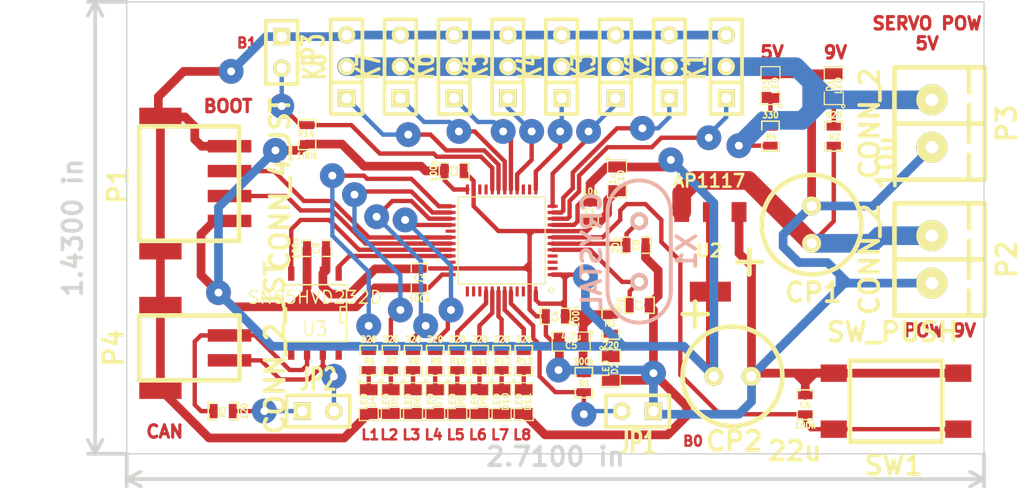
<source format=kicad_pcb>
(kicad_pcb (version 3) (host pcbnew "(2013-07-07 BZR 4022)-stable")

  (general
    (links 125)
    (no_connects 0)
    (area 154.560001 97.231999 236.9566 138.336)
    (thickness 1.6)
    (drawings 23)
    (tracks 485)
    (zones 0)
    (modules 57)
    (nets 44)
  )

  (page A3)
  (layers
    (15 Dessus.Cu signal)
    (0 Dessous.Cu signal)
    (16 Dessous.Adhes user)
    (17 Dessus.Adhes user)
    (18 Dessous.Pate user)
    (19 Dessus.Pate user)
    (20 Dessous.SilkS user)
    (21 Dessus.SilkS user)
    (22 Dessous.Masque user)
    (23 Dessus.Masque user)
    (24 Dessin.User user)
    (25 Cmts.User user)
    (26 Eco1.User user)
    (27 Eco2.User user)
    (28 Contours.Ci user)
  )

  (setup
    (last_trace_width 0.35052)
    (trace_clearance 0.1397)
    (zone_clearance 0.508)
    (zone_45_only no)
    (trace_min 0.254)
    (segment_width 0.2)
    (edge_width 0.1)
    (via_size 1.99898)
    (via_drill 0.635)
    (via_min_size 0.889)
    (via_min_drill 0.508)
    (uvia_size 0.508)
    (uvia_drill 0.127)
    (uvias_allowed no)
    (uvia_min_size 0.508)
    (uvia_min_drill 0.127)
    (pcb_text_width 0.3)
    (pcb_text_size 1.5 1.5)
    (mod_edge_width 0.15)
    (mod_text_size 1 1)
    (mod_text_width 0.15)
    (pad_size 1.5 1.5)
    (pad_drill 0.6)
    (pad_to_mask_clearance 0)
    (aux_axis_origin 0 0)
    (visible_elements 7FFF7FFF)
    (pcbplotparams
      (layerselection 3178497)
      (usegerberextensions true)
      (excludeedgelayer true)
      (linewidth 0.150000)
      (plotframeref false)
      (viasonmask false)
      (mode 1)
      (useauxorigin false)
      (hpglpennumber 1)
      (hpglpenspeed 20)
      (hpglpendiameter 15)
      (hpglpenoverlay 2)
      (psnegative false)
      (psa4output false)
      (plotreference true)
      (plotvalue true)
      (plotothertext true)
      (plotinvisibletext false)
      (padsonsilk false)
      (subtractmaskfromsilk false)
      (outputformat 1)
      (mirror false)
      (drillshape 1)
      (scaleselection 1)
      (outputdirectory ""))
  )

  (net 0 "")
  (net 1 +3.3V)
  (net 2 /microcontroller/BOOT0)
  (net 3 /microcontroller/BOOT1)
  (net 4 /microcontroller/CAN_RX)
  (net 5 /microcontroller/CAN_TX)
  (net 6 /microcontroller/NRST)
  (net 7 /microcontroller/OSC_IN)
  (net 8 /microcontroller/OSC_OUT)
  (net 9 /microcontroller/PWM1)
  (net 10 /microcontroller/PWM2)
  (net 11 /microcontroller/PWM3)
  (net 12 /microcontroller/PWM4)
  (net 13 /microcontroller/PWM5)
  (net 14 /microcontroller/PWM6)
  (net 15 /microcontroller/PWM7)
  (net 16 /microcontroller/PWM8)
  (net 17 /microcontroller/SERVO_POWER)
  (net 18 /microcontroller/USART_PROG_RX)
  (net 19 /microcontroller/USART_PROG_TX)
  (net 20 GND)
  (net 21 N-0000011)
  (net 22 N-0000013)
  (net 23 N-0000014)
  (net 24 N-0000015)
  (net 25 N-0000016)
  (net 26 N-0000022)
  (net 27 N-0000023)
  (net 28 N-0000026)
  (net 29 N-0000028)
  (net 30 N-0000030)
  (net 31 N-0000033)
  (net 32 N-0000037)
  (net 33 N-0000040)
  (net 34 N-0000041)
  (net 35 N-0000043)
  (net 36 N-0000045)
  (net 37 N-0000051)
  (net 38 N-0000052)
  (net 39 N-0000053)
  (net 40 N-0000056)
  (net 41 N-0000057)
  (net 42 N-0000058)
  (net 43 N-0000059)

  (net_class Default "Ceci est la Netclass par défaut"
    (clearance 0.1397)
    (trace_width 0.35052)
    (via_dia 1.99898)
    (via_drill 0.635)
    (uvia_dia 0.508)
    (uvia_drill 0.127)
    (add_net "")
    (add_net +3.3V)
    (add_net /microcontroller/BOOT0)
    (add_net /microcontroller/BOOT1)
    (add_net /microcontroller/CAN_RX)
    (add_net /microcontroller/CAN_TX)
    (add_net /microcontroller/NRST)
    (add_net /microcontroller/OSC_IN)
    (add_net /microcontroller/OSC_OUT)
    (add_net /microcontroller/PWM1)
    (add_net /microcontroller/PWM2)
    (add_net /microcontroller/PWM3)
    (add_net /microcontroller/PWM4)
    (add_net /microcontroller/PWM5)
    (add_net /microcontroller/PWM6)
    (add_net /microcontroller/PWM7)
    (add_net /microcontroller/PWM8)
    (add_net /microcontroller/SERVO_POWER)
    (add_net /microcontroller/USART_PROG_RX)
    (add_net /microcontroller/USART_PROG_TX)
    (add_net GND)
    (add_net N-0000011)
    (add_net N-0000013)
    (add_net N-0000014)
    (add_net N-0000015)
    (add_net N-0000016)
    (add_net N-0000022)
    (add_net N-0000023)
    (add_net N-0000026)
    (add_net N-0000028)
    (add_net N-0000030)
    (add_net N-0000033)
    (add_net N-0000037)
    (add_net N-0000040)
    (add_net N-0000041)
    (add_net N-0000043)
    (add_net N-0000045)
    (add_net N-0000051)
    (add_net N-0000052)
    (add_net N-0000053)
    (add_net N-0000056)
    (add_net N-0000057)
    (add_net N-0000058)
    (add_net N-0000059)
  )

  (net_class LOW_POWER ""
    (clearance 0.1397)
    (trace_width 0.70104)
    (via_dia 1.99898)
    (via_drill 0.635)
    (uvia_dia 0.508)
    (uvia_drill 0.127)
  )

  (net_class POWER ""
    (clearance 0.29972)
    (trace_width 1.50114)
    (via_dia 1.99898)
    (via_drill 0.635)
    (uvia_dia 0.508)
    (uvia_drill 0.127)
  )

  (module SO8N (layer Dessus.Cu) (tedit 45127296) (tstamp 526A91D4)
    (at 180.213 122.301 180)
    (descr "Module CMS SOJ 8 pins large")
    (tags "CMS SOJ")
    (path /52612DF7/526A2A55)
    (attr smd)
    (fp_text reference U3 (at 0 -1.27 180) (layer Dessus.SilkS)
      (effects (font (size 1.143 1.016) (thickness 0.127)))
    )
    (fp_text value SN65HVD232D (at 0 1.27 180) (layer Dessus.SilkS)
      (effects (font (size 1.016 1.016) (thickness 0.127)))
    )
    (fp_line (start -2.54 -2.286) (end 2.54 -2.286) (layer Dessus.SilkS) (width 0.127))
    (fp_line (start 2.54 -2.286) (end 2.54 2.286) (layer Dessus.SilkS) (width 0.127))
    (fp_line (start 2.54 2.286) (end -2.54 2.286) (layer Dessus.SilkS) (width 0.127))
    (fp_line (start -2.54 2.286) (end -2.54 -2.286) (layer Dessus.SilkS) (width 0.127))
    (fp_line (start -2.54 -0.762) (end -2.032 -0.762) (layer Dessus.SilkS) (width 0.127))
    (fp_line (start -2.032 -0.762) (end -2.032 0.508) (layer Dessus.SilkS) (width 0.127))
    (fp_line (start -2.032 0.508) (end -2.54 0.508) (layer Dessus.SilkS) (width 0.127))
    (pad 8 smd rect (at -1.905 -3.175 180) (size 0.508 1.143)
      (layers Dessus.Cu Dessus.Pate Dessus.Masque)
    )
    (pad 7 smd rect (at -0.635 -3.175 180) (size 0.508 1.143)
      (layers Dessus.Cu Dessus.Pate Dessus.Masque)
      (net 37 N-0000051)
    )
    (pad 6 smd rect (at 0.635 -3.175 180) (size 0.508 1.143)
      (layers Dessus.Cu Dessus.Pate Dessus.Masque)
      (net 39 N-0000053)
    )
    (pad 5 smd rect (at 1.905 -3.175 180) (size 0.508 1.143)
      (layers Dessus.Cu Dessus.Pate Dessus.Masque)
    )
    (pad 4 smd rect (at 1.905 3.175 180) (size 0.508 1.143)
      (layers Dessus.Cu Dessus.Pate Dessus.Masque)
      (net 4 /microcontroller/CAN_RX)
    )
    (pad 3 smd rect (at 0.635 3.175 180) (size 0.508 1.143)
      (layers Dessus.Cu Dessus.Pate Dessus.Masque)
      (net 1 +3.3V)
    )
    (pad 2 smd rect (at -0.635 3.175 180) (size 0.508 1.143)
      (layers Dessus.Cu Dessus.Pate Dessus.Masque)
      (net 20 GND)
    )
    (pad 1 smd rect (at -1.905 3.175 180) (size 0.508 1.143)
      (layers Dessus.Cu Dessus.Pate Dessus.Masque)
      (net 5 /microcontroller/CAN_TX)
    )
    (model smd/cms_so8.wrl
      (at (xyz 0 0 0))
      (scale (xyz 0.5 0.38 0.5))
      (rotate (xyz 0 0 0))
    )
  )

  (module SM0805 (layer Dessus.Cu) (tedit 5091495C) (tstamp 526A91E1)
    (at 193.421 129.413 270)
    (path /5260F9FB/526A398E)
    (attr smd)
    (fp_text reference D9 (at 0 -0.3175 270) (layer Dessus.SilkS)
      (effects (font (size 0.50038 0.50038) (thickness 0.10922)))
    )
    (fp_text value LED (at 0 0.381 270) (layer Dessus.SilkS)
      (effects (font (size 0.50038 0.50038) (thickness 0.10922)))
    )
    (fp_circle (center -1.651 0.762) (end -1.651 0.635) (layer Dessus.SilkS) (width 0.09906))
    (fp_line (start -0.508 0.762) (end -1.524 0.762) (layer Dessus.SilkS) (width 0.09906))
    (fp_line (start -1.524 0.762) (end -1.524 -0.762) (layer Dessus.SilkS) (width 0.09906))
    (fp_line (start -1.524 -0.762) (end -0.508 -0.762) (layer Dessus.SilkS) (width 0.09906))
    (fp_line (start 0.508 -0.762) (end 1.524 -0.762) (layer Dessus.SilkS) (width 0.09906))
    (fp_line (start 1.524 -0.762) (end 1.524 0.762) (layer Dessus.SilkS) (width 0.09906))
    (fp_line (start 1.524 0.762) (end 0.508 0.762) (layer Dessus.SilkS) (width 0.09906))
    (pad 1 smd rect (at -0.9525 0 270) (size 0.889 1.397)
      (layers Dessus.Cu Dessus.Pate Dessus.Masque)
      (net 22 N-0000013)
    )
    (pad 2 smd rect (at 0.9525 0 270) (size 0.889 1.397)
      (layers Dessus.Cu Dessus.Pate Dessus.Masque)
      (net 20 GND)
    )
    (model smd/chip_cms.wrl
      (at (xyz 0 0 0))
      (scale (xyz 0.1 0.1 0.1))
      (rotate (xyz 0 0 0))
    )
  )

  (module SM0805 (layer Dessus.Cu) (tedit 5091495C) (tstamp 526A91EE)
    (at 184.531 129.413 270)
    (path /5260F9FB/526A3592)
    (attr smd)
    (fp_text reference D4 (at 0 -0.3175 270) (layer Dessus.SilkS)
      (effects (font (size 0.50038 0.50038) (thickness 0.10922)))
    )
    (fp_text value LED (at 0 0.381 270) (layer Dessus.SilkS)
      (effects (font (size 0.50038 0.50038) (thickness 0.10922)))
    )
    (fp_circle (center -1.651 0.762) (end -1.651 0.635) (layer Dessus.SilkS) (width 0.09906))
    (fp_line (start -0.508 0.762) (end -1.524 0.762) (layer Dessus.SilkS) (width 0.09906))
    (fp_line (start -1.524 0.762) (end -1.524 -0.762) (layer Dessus.SilkS) (width 0.09906))
    (fp_line (start -1.524 -0.762) (end -0.508 -0.762) (layer Dessus.SilkS) (width 0.09906))
    (fp_line (start 0.508 -0.762) (end 1.524 -0.762) (layer Dessus.SilkS) (width 0.09906))
    (fp_line (start 1.524 -0.762) (end 1.524 0.762) (layer Dessus.SilkS) (width 0.09906))
    (fp_line (start 1.524 0.762) (end 0.508 0.762) (layer Dessus.SilkS) (width 0.09906))
    (pad 1 smd rect (at -0.9525 0 270) (size 0.889 1.397)
      (layers Dessus.Cu Dessus.Pate Dessus.Masque)
      (net 34 N-0000041)
    )
    (pad 2 smd rect (at 0.9525 0 270) (size 0.889 1.397)
      (layers Dessus.Cu Dessus.Pate Dessus.Masque)
      (net 20 GND)
    )
    (model smd/chip_cms.wrl
      (at (xyz 0 0 0))
      (scale (xyz 0.1 0.1 0.1))
      (rotate (xyz 0 0 0))
    )
  )

  (module SM0805 (layer Dessus.Cu) (tedit 5091495C) (tstamp 526A91FB)
    (at 186.309 129.413 270)
    (path /5260F9FB/526A3733)
    (attr smd)
    (fp_text reference D5 (at 0 -0.3175 270) (layer Dessus.SilkS)
      (effects (font (size 0.50038 0.50038) (thickness 0.10922)))
    )
    (fp_text value LED (at 0 0.381 270) (layer Dessus.SilkS)
      (effects (font (size 0.50038 0.50038) (thickness 0.10922)))
    )
    (fp_circle (center -1.651 0.762) (end -1.651 0.635) (layer Dessus.SilkS) (width 0.09906))
    (fp_line (start -0.508 0.762) (end -1.524 0.762) (layer Dessus.SilkS) (width 0.09906))
    (fp_line (start -1.524 0.762) (end -1.524 -0.762) (layer Dessus.SilkS) (width 0.09906))
    (fp_line (start -1.524 -0.762) (end -0.508 -0.762) (layer Dessus.SilkS) (width 0.09906))
    (fp_line (start 0.508 -0.762) (end 1.524 -0.762) (layer Dessus.SilkS) (width 0.09906))
    (fp_line (start 1.524 -0.762) (end 1.524 0.762) (layer Dessus.SilkS) (width 0.09906))
    (fp_line (start 1.524 0.762) (end 0.508 0.762) (layer Dessus.SilkS) (width 0.09906))
    (pad 1 smd rect (at -0.9525 0 270) (size 0.889 1.397)
      (layers Dessus.Cu Dessus.Pate Dessus.Masque)
      (net 26 N-0000022)
    )
    (pad 2 smd rect (at 0.9525 0 270) (size 0.889 1.397)
      (layers Dessus.Cu Dessus.Pate Dessus.Masque)
      (net 20 GND)
    )
    (model smd/chip_cms.wrl
      (at (xyz 0 0 0))
      (scale (xyz 0.1 0.1 0.1))
      (rotate (xyz 0 0 0))
    )
  )

  (module SM0805 (layer Dessus.Cu) (tedit 5091495C) (tstamp 526A9208)
    (at 188.087 129.413 270)
    (path /5260F9FB/526A37F0)
    (attr smd)
    (fp_text reference D6 (at 0 -0.3175 270) (layer Dessus.SilkS)
      (effects (font (size 0.50038 0.50038) (thickness 0.10922)))
    )
    (fp_text value LED (at 0 0.381 270) (layer Dessus.SilkS)
      (effects (font (size 0.50038 0.50038) (thickness 0.10922)))
    )
    (fp_circle (center -1.651 0.762) (end -1.651 0.635) (layer Dessus.SilkS) (width 0.09906))
    (fp_line (start -0.508 0.762) (end -1.524 0.762) (layer Dessus.SilkS) (width 0.09906))
    (fp_line (start -1.524 0.762) (end -1.524 -0.762) (layer Dessus.SilkS) (width 0.09906))
    (fp_line (start -1.524 -0.762) (end -0.508 -0.762) (layer Dessus.SilkS) (width 0.09906))
    (fp_line (start 0.508 -0.762) (end 1.524 -0.762) (layer Dessus.SilkS) (width 0.09906))
    (fp_line (start 1.524 -0.762) (end 1.524 0.762) (layer Dessus.SilkS) (width 0.09906))
    (fp_line (start 1.524 0.762) (end 0.508 0.762) (layer Dessus.SilkS) (width 0.09906))
    (pad 1 smd rect (at -0.9525 0 270) (size 0.889 1.397)
      (layers Dessus.Cu Dessus.Pate Dessus.Masque)
      (net 25 N-0000016)
    )
    (pad 2 smd rect (at 0.9525 0 270) (size 0.889 1.397)
      (layers Dessus.Cu Dessus.Pate Dessus.Masque)
      (net 20 GND)
    )
    (model smd/chip_cms.wrl
      (at (xyz 0 0 0))
      (scale (xyz 0.1 0.1 0.1))
      (rotate (xyz 0 0 0))
    )
  )

  (module SM0805 (layer Dessus.Cu) (tedit 5091495C) (tstamp 526A9CE2)
    (at 200.787 124.587 180)
    (path /5260F9FB/52612271)
    (attr smd)
    (fp_text reference C5 (at 0 -0.3175 180) (layer Dessus.SilkS)
      (effects (font (size 0.50038 0.50038) (thickness 0.10922)))
    )
    (fp_text value 4.7u (at 0 0.381 180) (layer Dessus.SilkS)
      (effects (font (size 0.50038 0.50038) (thickness 0.10922)))
    )
    (fp_circle (center -1.651 0.762) (end -1.651 0.635) (layer Dessus.SilkS) (width 0.09906))
    (fp_line (start -0.508 0.762) (end -1.524 0.762) (layer Dessus.SilkS) (width 0.09906))
    (fp_line (start -1.524 0.762) (end -1.524 -0.762) (layer Dessus.SilkS) (width 0.09906))
    (fp_line (start -1.524 -0.762) (end -0.508 -0.762) (layer Dessus.SilkS) (width 0.09906))
    (fp_line (start 0.508 -0.762) (end 1.524 -0.762) (layer Dessus.SilkS) (width 0.09906))
    (fp_line (start 1.524 -0.762) (end 1.524 0.762) (layer Dessus.SilkS) (width 0.09906))
    (fp_line (start 1.524 0.762) (end 0.508 0.762) (layer Dessus.SilkS) (width 0.09906))
    (pad 1 smd rect (at -0.9525 0 180) (size 0.889 1.397)
      (layers Dessus.Cu Dessus.Pate Dessus.Masque)
      (net 1 +3.3V)
    )
    (pad 2 smd rect (at 0.9525 0 180) (size 0.889 1.397)
      (layers Dessus.Cu Dessus.Pate Dessus.Masque)
      (net 20 GND)
    )
    (model smd/chip_cms.wrl
      (at (xyz 0 0 0))
      (scale (xyz 0.1 0.1 0.1))
      (rotate (xyz 0 0 0))
    )
  )

  (module SM0805 (layer Dessus.Cu) (tedit 5091495C) (tstamp 526A9222)
    (at 189.865 129.413 270)
    (path /5260F9FB/526A3804)
    (attr smd)
    (fp_text reference D7 (at 0 -0.3175 270) (layer Dessus.SilkS)
      (effects (font (size 0.50038 0.50038) (thickness 0.10922)))
    )
    (fp_text value LED (at 0 0.381 270) (layer Dessus.SilkS)
      (effects (font (size 0.50038 0.50038) (thickness 0.10922)))
    )
    (fp_circle (center -1.651 0.762) (end -1.651 0.635) (layer Dessus.SilkS) (width 0.09906))
    (fp_line (start -0.508 0.762) (end -1.524 0.762) (layer Dessus.SilkS) (width 0.09906))
    (fp_line (start -1.524 0.762) (end -1.524 -0.762) (layer Dessus.SilkS) (width 0.09906))
    (fp_line (start -1.524 -0.762) (end -0.508 -0.762) (layer Dessus.SilkS) (width 0.09906))
    (fp_line (start 0.508 -0.762) (end 1.524 -0.762) (layer Dessus.SilkS) (width 0.09906))
    (fp_line (start 1.524 -0.762) (end 1.524 0.762) (layer Dessus.SilkS) (width 0.09906))
    (fp_line (start 1.524 0.762) (end 0.508 0.762) (layer Dessus.SilkS) (width 0.09906))
    (pad 1 smd rect (at -0.9525 0 270) (size 0.889 1.397)
      (layers Dessus.Cu Dessus.Pate Dessus.Masque)
      (net 24 N-0000015)
    )
    (pad 2 smd rect (at 0.9525 0 270) (size 0.889 1.397)
      (layers Dessus.Cu Dessus.Pate Dessus.Masque)
      (net 20 GND)
    )
    (model smd/chip_cms.wrl
      (at (xyz 0 0 0))
      (scale (xyz 0.1 0.1 0.1))
      (rotate (xyz 0 0 0))
    )
  )

  (module SM0805 (layer Dessus.Cu) (tedit 5091495C) (tstamp 526A922F)
    (at 191.643 129.413 270)
    (path /5260F9FB/526A397A)
    (attr smd)
    (fp_text reference D8 (at 0 -0.3175 270) (layer Dessus.SilkS)
      (effects (font (size 0.50038 0.50038) (thickness 0.10922)))
    )
    (fp_text value LED (at 0 0.381 270) (layer Dessus.SilkS)
      (effects (font (size 0.50038 0.50038) (thickness 0.10922)))
    )
    (fp_circle (center -1.651 0.762) (end -1.651 0.635) (layer Dessus.SilkS) (width 0.09906))
    (fp_line (start -0.508 0.762) (end -1.524 0.762) (layer Dessus.SilkS) (width 0.09906))
    (fp_line (start -1.524 0.762) (end -1.524 -0.762) (layer Dessus.SilkS) (width 0.09906))
    (fp_line (start -1.524 -0.762) (end -0.508 -0.762) (layer Dessus.SilkS) (width 0.09906))
    (fp_line (start 0.508 -0.762) (end 1.524 -0.762) (layer Dessus.SilkS) (width 0.09906))
    (fp_line (start 1.524 -0.762) (end 1.524 0.762) (layer Dessus.SilkS) (width 0.09906))
    (fp_line (start 1.524 0.762) (end 0.508 0.762) (layer Dessus.SilkS) (width 0.09906))
    (pad 1 smd rect (at -0.9525 0 270) (size 0.889 1.397)
      (layers Dessus.Cu Dessus.Pate Dessus.Masque)
      (net 23 N-0000014)
    )
    (pad 2 smd rect (at 0.9525 0 270) (size 0.889 1.397)
      (layers Dessus.Cu Dessus.Pate Dessus.Masque)
      (net 20 GND)
    )
    (model smd/chip_cms.wrl
      (at (xyz 0 0 0))
      (scale (xyz 0.1 0.1 0.1))
      (rotate (xyz 0 0 0))
    )
  )

  (module SM0805 (layer Dessus.Cu) (tedit 5091495C) (tstamp 526A923C)
    (at 195.199 129.413 270)
    (path /5260F9FB/526A39A2)
    (attr smd)
    (fp_text reference D10 (at 0 -0.3175 270) (layer Dessus.SilkS)
      (effects (font (size 0.50038 0.50038) (thickness 0.10922)))
    )
    (fp_text value LED (at 0 0.381 270) (layer Dessus.SilkS)
      (effects (font (size 0.50038 0.50038) (thickness 0.10922)))
    )
    (fp_circle (center -1.651 0.762) (end -1.651 0.635) (layer Dessus.SilkS) (width 0.09906))
    (fp_line (start -0.508 0.762) (end -1.524 0.762) (layer Dessus.SilkS) (width 0.09906))
    (fp_line (start -1.524 0.762) (end -1.524 -0.762) (layer Dessus.SilkS) (width 0.09906))
    (fp_line (start -1.524 -0.762) (end -0.508 -0.762) (layer Dessus.SilkS) (width 0.09906))
    (fp_line (start 0.508 -0.762) (end 1.524 -0.762) (layer Dessus.SilkS) (width 0.09906))
    (fp_line (start 1.524 -0.762) (end 1.524 0.762) (layer Dessus.SilkS) (width 0.09906))
    (fp_line (start 1.524 0.762) (end 0.508 0.762) (layer Dessus.SilkS) (width 0.09906))
    (pad 1 smd rect (at -0.9525 0 270) (size 0.889 1.397)
      (layers Dessus.Cu Dessus.Pate Dessus.Masque)
      (net 21 N-0000011)
    )
    (pad 2 smd rect (at 0.9525 0 270) (size 0.889 1.397)
      (layers Dessus.Cu Dessus.Pate Dessus.Masque)
      (net 20 GND)
    )
    (model smd/chip_cms.wrl
      (at (xyz 0 0 0))
      (scale (xyz 0.1 0.1 0.1))
      (rotate (xyz 0 0 0))
    )
  )

  (module SM0805 (layer Dessus.Cu) (tedit 5091495C) (tstamp 526A9249)
    (at 196.977 129.413 270)
    (path /5260F9FB/526A39B6)
    (attr smd)
    (fp_text reference D11 (at 0 -0.3175 270) (layer Dessus.SilkS)
      (effects (font (size 0.50038 0.50038) (thickness 0.10922)))
    )
    (fp_text value LED (at 0 0.381 270) (layer Dessus.SilkS)
      (effects (font (size 0.50038 0.50038) (thickness 0.10922)))
    )
    (fp_circle (center -1.651 0.762) (end -1.651 0.635) (layer Dessus.SilkS) (width 0.09906))
    (fp_line (start -0.508 0.762) (end -1.524 0.762) (layer Dessus.SilkS) (width 0.09906))
    (fp_line (start -1.524 0.762) (end -1.524 -0.762) (layer Dessus.SilkS) (width 0.09906))
    (fp_line (start -1.524 -0.762) (end -0.508 -0.762) (layer Dessus.SilkS) (width 0.09906))
    (fp_line (start 0.508 -0.762) (end 1.524 -0.762) (layer Dessus.SilkS) (width 0.09906))
    (fp_line (start 1.524 -0.762) (end 1.524 0.762) (layer Dessus.SilkS) (width 0.09906))
    (fp_line (start 1.524 0.762) (end 0.508 0.762) (layer Dessus.SilkS) (width 0.09906))
    (pad 1 smd rect (at -0.9525 0 270) (size 0.889 1.397)
      (layers Dessus.Cu Dessus.Pate Dessus.Masque)
      (net 27 N-0000023)
    )
    (pad 2 smd rect (at 0.9525 0 270) (size 0.889 1.397)
      (layers Dessus.Cu Dessus.Pate Dessus.Masque)
      (net 20 GND)
    )
    (model smd/chip_cms.wrl
      (at (xyz 0 0 0))
      (scale (xyz 0.1 0.1 0.1))
      (rotate (xyz 0 0 0))
    )
  )

  (module SM0805 (layer Dessus.Cu) (tedit 5091495C) (tstamp 526A9256)
    (at 216.789 104.013 90)
    (path /526133C4/52613CD7)
    (attr smd)
    (fp_text reference D3 (at 0 -0.3175 90) (layer Dessus.SilkS)
      (effects (font (size 0.50038 0.50038) (thickness 0.10922)))
    )
    (fp_text value LED (at 0 0.381 90) (layer Dessus.SilkS)
      (effects (font (size 0.50038 0.50038) (thickness 0.10922)))
    )
    (fp_circle (center -1.651 0.762) (end -1.651 0.635) (layer Dessus.SilkS) (width 0.09906))
    (fp_line (start -0.508 0.762) (end -1.524 0.762) (layer Dessus.SilkS) (width 0.09906))
    (fp_line (start -1.524 0.762) (end -1.524 -0.762) (layer Dessus.SilkS) (width 0.09906))
    (fp_line (start -1.524 -0.762) (end -0.508 -0.762) (layer Dessus.SilkS) (width 0.09906))
    (fp_line (start 0.508 -0.762) (end 1.524 -0.762) (layer Dessus.SilkS) (width 0.09906))
    (fp_line (start 1.524 -0.762) (end 1.524 0.762) (layer Dessus.SilkS) (width 0.09906))
    (fp_line (start 1.524 0.762) (end 0.508 0.762) (layer Dessus.SilkS) (width 0.09906))
    (pad 1 smd rect (at -0.9525 0 90) (size 0.889 1.397)
      (layers Dessus.Cu Dessus.Pate Dessus.Masque)
      (net 42 N-0000058)
    )
    (pad 2 smd rect (at 0.9525 0 90) (size 0.889 1.397)
      (layers Dessus.Cu Dessus.Pate Dessus.Masque)
      (net 20 GND)
    )
    (model smd/chip_cms.wrl
      (at (xyz 0 0 0))
      (scale (xyz 0.1 0.1 0.1))
      (rotate (xyz 0 0 0))
    )
  )

  (module SM0805 (layer Dessus.Cu) (tedit 5091495C) (tstamp 526A9263)
    (at 203.962 126.746 270)
    (path /526133C4/52613C23)
    (attr smd)
    (fp_text reference D2 (at 0 -0.3175 270) (layer Dessus.SilkS)
      (effects (font (size 0.50038 0.50038) (thickness 0.10922)))
    )
    (fp_text value LED (at 0 0.381 270) (layer Dessus.SilkS)
      (effects (font (size 0.50038 0.50038) (thickness 0.10922)))
    )
    (fp_circle (center -1.651 0.762) (end -1.651 0.635) (layer Dessus.SilkS) (width 0.09906))
    (fp_line (start -0.508 0.762) (end -1.524 0.762) (layer Dessus.SilkS) (width 0.09906))
    (fp_line (start -1.524 0.762) (end -1.524 -0.762) (layer Dessus.SilkS) (width 0.09906))
    (fp_line (start -1.524 -0.762) (end -0.508 -0.762) (layer Dessus.SilkS) (width 0.09906))
    (fp_line (start 0.508 -0.762) (end 1.524 -0.762) (layer Dessus.SilkS) (width 0.09906))
    (fp_line (start 1.524 -0.762) (end 1.524 0.762) (layer Dessus.SilkS) (width 0.09906))
    (fp_line (start 1.524 0.762) (end 0.508 0.762) (layer Dessus.SilkS) (width 0.09906))
    (pad 1 smd rect (at -0.9525 0 270) (size 0.889 1.397)
      (layers Dessus.Cu Dessus.Pate Dessus.Masque)
      (net 41 N-0000057)
    )
    (pad 2 smd rect (at 0.9525 0 270) (size 0.889 1.397)
      (layers Dessus.Cu Dessus.Pate Dessus.Masque)
      (net 20 GND)
    )
    (model smd/chip_cms.wrl
      (at (xyz 0 0 0))
      (scale (xyz 0.1 0.1 0.1))
      (rotate (xyz 0 0 0))
    )
  )

  (module SM0805 (layer Dessus.Cu) (tedit 5091495C) (tstamp 526A9270)
    (at 221.869 104.013 90)
    (path /526133C4/52613B17)
    (attr smd)
    (fp_text reference D1 (at 0 -0.3175 90) (layer Dessus.SilkS)
      (effects (font (size 0.50038 0.50038) (thickness 0.10922)))
    )
    (fp_text value LED (at 0 0.381 90) (layer Dessus.SilkS)
      (effects (font (size 0.50038 0.50038) (thickness 0.10922)))
    )
    (fp_circle (center -1.651 0.762) (end -1.651 0.635) (layer Dessus.SilkS) (width 0.09906))
    (fp_line (start -0.508 0.762) (end -1.524 0.762) (layer Dessus.SilkS) (width 0.09906))
    (fp_line (start -1.524 0.762) (end -1.524 -0.762) (layer Dessus.SilkS) (width 0.09906))
    (fp_line (start -1.524 -0.762) (end -0.508 -0.762) (layer Dessus.SilkS) (width 0.09906))
    (fp_line (start 0.508 -0.762) (end 1.524 -0.762) (layer Dessus.SilkS) (width 0.09906))
    (fp_line (start 1.524 -0.762) (end 1.524 0.762) (layer Dessus.SilkS) (width 0.09906))
    (fp_line (start 1.524 0.762) (end 0.508 0.762) (layer Dessus.SilkS) (width 0.09906))
    (pad 1 smd rect (at -0.9525 0 90) (size 0.889 1.397)
      (layers Dessus.Cu Dessus.Pate Dessus.Masque)
      (net 40 N-0000056)
    )
    (pad 2 smd rect (at 0.9525 0 90) (size 0.889 1.397)
      (layers Dessus.Cu Dessus.Pate Dessus.Masque)
      (net 20 GND)
    )
    (model smd/chip_cms.wrl
      (at (xyz 0 0 0))
      (scale (xyz 0.1 0.1 0.1))
      (rotate (xyz 0 0 0))
    )
  )

  (module SM0603_Resistor (layer Dessus.Cu) (tedit 526AAA54) (tstamp 526A927C)
    (at 196.977 126.111 270)
    (path /5260F9FB/526A39B0)
    (attr smd)
    (fp_text reference R13 (at 0.0635 -0.0635 360) (layer Dessus.SilkS)
      (effects (font (size 0.50038 0.4572) (thickness 0.1143)))
    )
    (fp_text value 220 (at -1.69926 0 360) (layer Dessus.SilkS)
      (effects (font (size 0.508 0.4572) (thickness 0.1143)))
    )
    (fp_line (start -0.50038 -0.6985) (end -1.2065 -0.6985) (layer Dessus.SilkS) (width 0.127))
    (fp_line (start -1.2065 -0.6985) (end -1.2065 0.6985) (layer Dessus.SilkS) (width 0.127))
    (fp_line (start -1.2065 0.6985) (end -0.50038 0.6985) (layer Dessus.SilkS) (width 0.127))
    (fp_line (start 1.2065 -0.6985) (end 0.50038 -0.6985) (layer Dessus.SilkS) (width 0.127))
    (fp_line (start 1.2065 -0.6985) (end 1.2065 0.6985) (layer Dessus.SilkS) (width 0.127))
    (fp_line (start 1.2065 0.6985) (end 0.50038 0.6985) (layer Dessus.SilkS) (width 0.127))
    (pad 1 smd rect (at -0.762 0 270) (size 0.635 1.143)
      (layers Dessus.Cu Dessus.Pate Dessus.Masque)
      (net 32 N-0000037)
    )
    (pad 2 smd rect (at 0.762 0 270) (size 0.635 1.143)
      (layers Dessus.Cu Dessus.Pate Dessus.Masque)
      (net 27 N-0000023)
    )
    (model smd\resistors\R0603.wrl
      (at (xyz 0 0 0.001))
      (scale (xyz 0.5 0.5 0.5))
      (rotate (xyz 0 0 0))
    )
  )

  (module SM0603_Resistor (layer Dessus.Cu) (tedit 5051B21B) (tstamp 526A9288)
    (at 195.199 126.111 270)
    (path /5260F9FB/526A399C)
    (attr smd)
    (fp_text reference R12 (at 0.0635 -0.0635 360) (layer Dessus.SilkS)
      (effects (font (size 0.50038 0.4572) (thickness 0.1143)))
    )
    (fp_text value 220 (at -1.69926 0 360) (layer Dessus.SilkS)
      (effects (font (size 0.508 0.4572) (thickness 0.1143)))
    )
    (fp_line (start -0.50038 -0.6985) (end -1.2065 -0.6985) (layer Dessus.SilkS) (width 0.127))
    (fp_line (start -1.2065 -0.6985) (end -1.2065 0.6985) (layer Dessus.SilkS) (width 0.127))
    (fp_line (start -1.2065 0.6985) (end -0.50038 0.6985) (layer Dessus.SilkS) (width 0.127))
    (fp_line (start 1.2065 -0.6985) (end 0.50038 -0.6985) (layer Dessus.SilkS) (width 0.127))
    (fp_line (start 1.2065 -0.6985) (end 1.2065 0.6985) (layer Dessus.SilkS) (width 0.127))
    (fp_line (start 1.2065 0.6985) (end 0.50038 0.6985) (layer Dessus.SilkS) (width 0.127))
    (pad 1 smd rect (at -0.762 0 270) (size 0.635 1.143)
      (layers Dessus.Cu Dessus.Pate Dessus.Masque)
      (net 33 N-0000040)
    )
    (pad 2 smd rect (at 0.762 0 270) (size 0.635 1.143)
      (layers Dessus.Cu Dessus.Pate Dessus.Masque)
      (net 21 N-0000011)
    )
    (model smd\resistors\R0603.wrl
      (at (xyz 0 0 0.001))
      (scale (xyz 0.5 0.5 0.5))
      (rotate (xyz 0 0 0))
    )
  )

  (module SM0603_Resistor (layer Dessus.Cu) (tedit 5051B21B) (tstamp 526A9294)
    (at 172.847 130.175 180)
    (path /52612DF7/52612F7A)
    (attr smd)
    (fp_text reference R5 (at 0.0635 -0.0635 270) (layer Dessus.SilkS)
      (effects (font (size 0.50038 0.4572) (thickness 0.1143)))
    )
    (fp_text value 120 (at -1.69926 0 270) (layer Dessus.SilkS)
      (effects (font (size 0.508 0.4572) (thickness 0.1143)))
    )
    (fp_line (start -0.50038 -0.6985) (end -1.2065 -0.6985) (layer Dessus.SilkS) (width 0.127))
    (fp_line (start -1.2065 -0.6985) (end -1.2065 0.6985) (layer Dessus.SilkS) (width 0.127))
    (fp_line (start -1.2065 0.6985) (end -0.50038 0.6985) (layer Dessus.SilkS) (width 0.127))
    (fp_line (start 1.2065 -0.6985) (end 0.50038 -0.6985) (layer Dessus.SilkS) (width 0.127))
    (fp_line (start 1.2065 -0.6985) (end 1.2065 0.6985) (layer Dessus.SilkS) (width 0.127))
    (fp_line (start 1.2065 0.6985) (end 0.50038 0.6985) (layer Dessus.SilkS) (width 0.127))
    (pad 1 smd rect (at -0.762 0 180) (size 0.635 1.143)
      (layers Dessus.Cu Dessus.Pate Dessus.Masque)
      (net 38 N-0000052)
    )
    (pad 2 smd rect (at 0.762 0 180) (size 0.635 1.143)
      (layers Dessus.Cu Dessus.Pate Dessus.Masque)
      (net 39 N-0000053)
    )
    (model smd\resistors\R0603.wrl
      (at (xyz 0 0 0.001))
      (scale (xyz 0.5 0.5 0.5))
      (rotate (xyz 0 0 0))
    )
  )

  (module SM0603_Resistor (layer Dessus.Cu) (tedit 5051B21B) (tstamp 526A92A0)
    (at 193.421 126.111 270)
    (path /5260F9FB/526A3988)
    (attr smd)
    (fp_text reference R11 (at 0.0635 -0.0635 360) (layer Dessus.SilkS)
      (effects (font (size 0.50038 0.4572) (thickness 0.1143)))
    )
    (fp_text value 220 (at -1.69926 0 360) (layer Dessus.SilkS)
      (effects (font (size 0.508 0.4572) (thickness 0.1143)))
    )
    (fp_line (start -0.50038 -0.6985) (end -1.2065 -0.6985) (layer Dessus.SilkS) (width 0.127))
    (fp_line (start -1.2065 -0.6985) (end -1.2065 0.6985) (layer Dessus.SilkS) (width 0.127))
    (fp_line (start -1.2065 0.6985) (end -0.50038 0.6985) (layer Dessus.SilkS) (width 0.127))
    (fp_line (start 1.2065 -0.6985) (end 0.50038 -0.6985) (layer Dessus.SilkS) (width 0.127))
    (fp_line (start 1.2065 -0.6985) (end 1.2065 0.6985) (layer Dessus.SilkS) (width 0.127))
    (fp_line (start 1.2065 0.6985) (end 0.50038 0.6985) (layer Dessus.SilkS) (width 0.127))
    (pad 1 smd rect (at -0.762 0 270) (size 0.635 1.143)
      (layers Dessus.Cu Dessus.Pate Dessus.Masque)
      (net 35 N-0000043)
    )
    (pad 2 smd rect (at 0.762 0 270) (size 0.635 1.143)
      (layers Dessus.Cu Dessus.Pate Dessus.Masque)
      (net 22 N-0000013)
    )
    (model smd\resistors\R0603.wrl
      (at (xyz 0 0 0.001))
      (scale (xyz 0.5 0.5 0.5))
      (rotate (xyz 0 0 0))
    )
  )

  (module SM0603_Resistor (layer Dessus.Cu) (tedit 5051B21B) (tstamp 526A92AC)
    (at 191.643 126.111 270)
    (path /5260F9FB/526A3974)
    (attr smd)
    (fp_text reference R10 (at 0.0635 -0.0635 360) (layer Dessus.SilkS)
      (effects (font (size 0.50038 0.4572) (thickness 0.1143)))
    )
    (fp_text value 220 (at -1.69926 0 360) (layer Dessus.SilkS)
      (effects (font (size 0.508 0.4572) (thickness 0.1143)))
    )
    (fp_line (start -0.50038 -0.6985) (end -1.2065 -0.6985) (layer Dessus.SilkS) (width 0.127))
    (fp_line (start -1.2065 -0.6985) (end -1.2065 0.6985) (layer Dessus.SilkS) (width 0.127))
    (fp_line (start -1.2065 0.6985) (end -0.50038 0.6985) (layer Dessus.SilkS) (width 0.127))
    (fp_line (start 1.2065 -0.6985) (end 0.50038 -0.6985) (layer Dessus.SilkS) (width 0.127))
    (fp_line (start 1.2065 -0.6985) (end 1.2065 0.6985) (layer Dessus.SilkS) (width 0.127))
    (fp_line (start 1.2065 0.6985) (end 0.50038 0.6985) (layer Dessus.SilkS) (width 0.127))
    (pad 1 smd rect (at -0.762 0 270) (size 0.635 1.143)
      (layers Dessus.Cu Dessus.Pate Dessus.Masque)
      (net 36 N-0000045)
    )
    (pad 2 smd rect (at 0.762 0 270) (size 0.635 1.143)
      (layers Dessus.Cu Dessus.Pate Dessus.Masque)
      (net 23 N-0000014)
    )
    (model smd\resistors\R0603.wrl
      (at (xyz 0 0 0.001))
      (scale (xyz 0.5 0.5 0.5))
      (rotate (xyz 0 0 0))
    )
  )

  (module SM0603_Resistor (layer Dessus.Cu) (tedit 5051B21B) (tstamp 526A92B8)
    (at 216.789 108.077 270)
    (path /526133C4/52613CBA)
    (attr smd)
    (fp_text reference R4 (at 0.0635 -0.0635 360) (layer Dessus.SilkS)
      (effects (font (size 0.50038 0.4572) (thickness 0.1143)))
    )
    (fp_text value 330 (at -1.69926 0 360) (layer Dessus.SilkS)
      (effects (font (size 0.508 0.4572) (thickness 0.1143)))
    )
    (fp_line (start -0.50038 -0.6985) (end -1.2065 -0.6985) (layer Dessus.SilkS) (width 0.127))
    (fp_line (start -1.2065 -0.6985) (end -1.2065 0.6985) (layer Dessus.SilkS) (width 0.127))
    (fp_line (start -1.2065 0.6985) (end -0.50038 0.6985) (layer Dessus.SilkS) (width 0.127))
    (fp_line (start 1.2065 -0.6985) (end 0.50038 -0.6985) (layer Dessus.SilkS) (width 0.127))
    (fp_line (start 1.2065 -0.6985) (end 1.2065 0.6985) (layer Dessus.SilkS) (width 0.127))
    (fp_line (start 1.2065 0.6985) (end 0.50038 0.6985) (layer Dessus.SilkS) (width 0.127))
    (pad 1 smd rect (at -0.762 0 270) (size 0.635 1.143)
      (layers Dessus.Cu Dessus.Pate Dessus.Masque)
      (net 42 N-0000058)
    )
    (pad 2 smd rect (at 0.762 0 270) (size 0.635 1.143)
      (layers Dessus.Cu Dessus.Pate Dessus.Masque)
      (net 17 /microcontroller/SERVO_POWER)
    )
    (model smd\resistors\R0603.wrl
      (at (xyz 0 0 0.001))
      (scale (xyz 0.5 0.5 0.5))
      (rotate (xyz 0 0 0))
    )
  )

  (module SM0603_Resistor (layer Dessus.Cu) (tedit 5051B21B) (tstamp 526A92C4)
    (at 189.865 126.111 270)
    (path /5260F9FB/526A37FE)
    (attr smd)
    (fp_text reference R9 (at 0.0635 -0.0635 360) (layer Dessus.SilkS)
      (effects (font (size 0.50038 0.4572) (thickness 0.1143)))
    )
    (fp_text value 220 (at -1.69926 0 360) (layer Dessus.SilkS)
      (effects (font (size 0.508 0.4572) (thickness 0.1143)))
    )
    (fp_line (start -0.50038 -0.6985) (end -1.2065 -0.6985) (layer Dessus.SilkS) (width 0.127))
    (fp_line (start -1.2065 -0.6985) (end -1.2065 0.6985) (layer Dessus.SilkS) (width 0.127))
    (fp_line (start -1.2065 0.6985) (end -0.50038 0.6985) (layer Dessus.SilkS) (width 0.127))
    (fp_line (start 1.2065 -0.6985) (end 0.50038 -0.6985) (layer Dessus.SilkS) (width 0.127))
    (fp_line (start 1.2065 -0.6985) (end 1.2065 0.6985) (layer Dessus.SilkS) (width 0.127))
    (fp_line (start 1.2065 0.6985) (end 0.50038 0.6985) (layer Dessus.SilkS) (width 0.127))
    (pad 1 smd rect (at -0.762 0 270) (size 0.635 1.143)
      (layers Dessus.Cu Dessus.Pate Dessus.Masque)
      (net 28 N-0000026)
    )
    (pad 2 smd rect (at 0.762 0 270) (size 0.635 1.143)
      (layers Dessus.Cu Dessus.Pate Dessus.Masque)
      (net 24 N-0000015)
    )
    (model smd\resistors\R0603.wrl
      (at (xyz 0 0 0.001))
      (scale (xyz 0.5 0.5 0.5))
      (rotate (xyz 0 0 0))
    )
  )

  (module SM0603_Resistor (layer Dessus.Cu) (tedit 5051B21B) (tstamp 526A92D0)
    (at 203.962 123.19 90)
    (path /526133C4/52613C1D)
    (attr smd)
    (fp_text reference R3 (at 0.0635 -0.0635 180) (layer Dessus.SilkS)
      (effects (font (size 0.50038 0.4572) (thickness 0.1143)))
    )
    (fp_text value 220 (at -1.69926 0 180) (layer Dessus.SilkS)
      (effects (font (size 0.508 0.4572) (thickness 0.1143)))
    )
    (fp_line (start -0.50038 -0.6985) (end -1.2065 -0.6985) (layer Dessus.SilkS) (width 0.127))
    (fp_line (start -1.2065 -0.6985) (end -1.2065 0.6985) (layer Dessus.SilkS) (width 0.127))
    (fp_line (start -1.2065 0.6985) (end -0.50038 0.6985) (layer Dessus.SilkS) (width 0.127))
    (fp_line (start 1.2065 -0.6985) (end 0.50038 -0.6985) (layer Dessus.SilkS) (width 0.127))
    (fp_line (start 1.2065 -0.6985) (end 1.2065 0.6985) (layer Dessus.SilkS) (width 0.127))
    (fp_line (start 1.2065 0.6985) (end 0.50038 0.6985) (layer Dessus.SilkS) (width 0.127))
    (pad 1 smd rect (at -0.762 0 90) (size 0.635 1.143)
      (layers Dessus.Cu Dessus.Pate Dessus.Masque)
      (net 41 N-0000057)
    )
    (pad 2 smd rect (at 0.762 0 90) (size 0.635 1.143)
      (layers Dessus.Cu Dessus.Pate Dessus.Masque)
      (net 1 +3.3V)
    )
    (model smd\resistors\R0603.wrl
      (at (xyz 0 0 0.001))
      (scale (xyz 0.5 0.5 0.5))
      (rotate (xyz 0 0 0))
    )
  )

  (module SM0603_Resistor (layer Dessus.Cu) (tedit 5051B21B) (tstamp 526A92DC)
    (at 188.087 126.111 270)
    (path /5260F9FB/526A37EA)
    (attr smd)
    (fp_text reference R8 (at 0.0635 -0.0635 360) (layer Dessus.SilkS)
      (effects (font (size 0.50038 0.4572) (thickness 0.1143)))
    )
    (fp_text value 220 (at -1.69926 0 360) (layer Dessus.SilkS)
      (effects (font (size 0.508 0.4572) (thickness 0.1143)))
    )
    (fp_line (start -0.50038 -0.6985) (end -1.2065 -0.6985) (layer Dessus.SilkS) (width 0.127))
    (fp_line (start -1.2065 -0.6985) (end -1.2065 0.6985) (layer Dessus.SilkS) (width 0.127))
    (fp_line (start -1.2065 0.6985) (end -0.50038 0.6985) (layer Dessus.SilkS) (width 0.127))
    (fp_line (start 1.2065 -0.6985) (end 0.50038 -0.6985) (layer Dessus.SilkS) (width 0.127))
    (fp_line (start 1.2065 -0.6985) (end 1.2065 0.6985) (layer Dessus.SilkS) (width 0.127))
    (fp_line (start 1.2065 0.6985) (end 0.50038 0.6985) (layer Dessus.SilkS) (width 0.127))
    (pad 1 smd rect (at -0.762 0 270) (size 0.635 1.143)
      (layers Dessus.Cu Dessus.Pate Dessus.Masque)
      (net 29 N-0000028)
    )
    (pad 2 smd rect (at 0.762 0 270) (size 0.635 1.143)
      (layers Dessus.Cu Dessus.Pate Dessus.Masque)
      (net 25 N-0000016)
    )
    (model smd\resistors\R0603.wrl
      (at (xyz 0 0 0.001))
      (scale (xyz 0.5 0.5 0.5))
      (rotate (xyz 0 0 0))
    )
  )

  (module SM0603_Resistor (layer Dessus.Cu) (tedit 5051B21B) (tstamp 526A92E8)
    (at 186.309 126.111 270)
    (path /5260F9FB/526A372D)
    (attr smd)
    (fp_text reference R7 (at 0.0635 -0.0635 360) (layer Dessus.SilkS)
      (effects (font (size 0.50038 0.4572) (thickness 0.1143)))
    )
    (fp_text value 220 (at -1.69926 0 360) (layer Dessus.SilkS)
      (effects (font (size 0.508 0.4572) (thickness 0.1143)))
    )
    (fp_line (start -0.50038 -0.6985) (end -1.2065 -0.6985) (layer Dessus.SilkS) (width 0.127))
    (fp_line (start -1.2065 -0.6985) (end -1.2065 0.6985) (layer Dessus.SilkS) (width 0.127))
    (fp_line (start -1.2065 0.6985) (end -0.50038 0.6985) (layer Dessus.SilkS) (width 0.127))
    (fp_line (start 1.2065 -0.6985) (end 0.50038 -0.6985) (layer Dessus.SilkS) (width 0.127))
    (fp_line (start 1.2065 -0.6985) (end 1.2065 0.6985) (layer Dessus.SilkS) (width 0.127))
    (fp_line (start 1.2065 0.6985) (end 0.50038 0.6985) (layer Dessus.SilkS) (width 0.127))
    (pad 1 smd rect (at -0.762 0 270) (size 0.635 1.143)
      (layers Dessus.Cu Dessus.Pate Dessus.Masque)
      (net 30 N-0000030)
    )
    (pad 2 smd rect (at 0.762 0 270) (size 0.635 1.143)
      (layers Dessus.Cu Dessus.Pate Dessus.Masque)
      (net 26 N-0000022)
    )
    (model smd\resistors\R0603.wrl
      (at (xyz 0 0 0.001))
      (scale (xyz 0.5 0.5 0.5))
      (rotate (xyz 0 0 0))
    )
  )

  (module SM0603_Resistor (layer Dessus.Cu) (tedit 5051B21B) (tstamp 526A92F4)
    (at 184.531 126.111 270)
    (path /5260F9FB/526A35DD)
    (attr smd)
    (fp_text reference R6 (at 0.0635 -0.0635 360) (layer Dessus.SilkS)
      (effects (font (size 0.50038 0.4572) (thickness 0.1143)))
    )
    (fp_text value 220 (at -1.69926 0 360) (layer Dessus.SilkS)
      (effects (font (size 0.508 0.4572) (thickness 0.1143)))
    )
    (fp_line (start -0.50038 -0.6985) (end -1.2065 -0.6985) (layer Dessus.SilkS) (width 0.127))
    (fp_line (start -1.2065 -0.6985) (end -1.2065 0.6985) (layer Dessus.SilkS) (width 0.127))
    (fp_line (start -1.2065 0.6985) (end -0.50038 0.6985) (layer Dessus.SilkS) (width 0.127))
    (fp_line (start 1.2065 -0.6985) (end 0.50038 -0.6985) (layer Dessus.SilkS) (width 0.127))
    (fp_line (start 1.2065 -0.6985) (end 1.2065 0.6985) (layer Dessus.SilkS) (width 0.127))
    (fp_line (start 1.2065 0.6985) (end 0.50038 0.6985) (layer Dessus.SilkS) (width 0.127))
    (pad 1 smd rect (at -0.762 0 270) (size 0.635 1.143)
      (layers Dessus.Cu Dessus.Pate Dessus.Masque)
      (net 31 N-0000033)
    )
    (pad 2 smd rect (at 0.762 0 270) (size 0.635 1.143)
      (layers Dessus.Cu Dessus.Pate Dessus.Masque)
      (net 34 N-0000041)
    )
    (model smd\resistors\R0603.wrl
      (at (xyz 0 0 0.001))
      (scale (xyz 0.5 0.5 0.5))
      (rotate (xyz 0 0 0))
    )
  )

  (module SM0603_Resistor (layer Dessus.Cu) (tedit 5051B21B) (tstamp 526A9300)
    (at 221.869 108.077 270)
    (path /526133C4/52613B05)
    (attr smd)
    (fp_text reference R2 (at 0.0635 -0.0635 360) (layer Dessus.SilkS)
      (effects (font (size 0.50038 0.4572) (thickness 0.1143)))
    )
    (fp_text value 820 (at -1.69926 0 360) (layer Dessus.SilkS)
      (effects (font (size 0.508 0.4572) (thickness 0.1143)))
    )
    (fp_line (start -0.50038 -0.6985) (end -1.2065 -0.6985) (layer Dessus.SilkS) (width 0.127))
    (fp_line (start -1.2065 -0.6985) (end -1.2065 0.6985) (layer Dessus.SilkS) (width 0.127))
    (fp_line (start -1.2065 0.6985) (end -0.50038 0.6985) (layer Dessus.SilkS) (width 0.127))
    (fp_line (start 1.2065 -0.6985) (end 0.50038 -0.6985) (layer Dessus.SilkS) (width 0.127))
    (fp_line (start 1.2065 -0.6985) (end 1.2065 0.6985) (layer Dessus.SilkS) (width 0.127))
    (fp_line (start 1.2065 0.6985) (end 0.50038 0.6985) (layer Dessus.SilkS) (width 0.127))
    (pad 1 smd rect (at -0.762 0 270) (size 0.635 1.143)
      (layers Dessus.Cu Dessus.Pate Dessus.Masque)
      (net 40 N-0000056)
    )
    (pad 2 smd rect (at 0.762 0 270) (size 0.635 1.143)
      (layers Dessus.Cu Dessus.Pate Dessus.Masque)
      (net 43 N-0000059)
    )
    (model smd\resistors\R0603.wrl
      (at (xyz 0 0 0.001))
      (scale (xyz 0.5 0.5 0.5))
      (rotate (xyz 0 0 0))
    )
  )

  (module SM0603_Resistor (layer Dessus.Cu) (tedit 5051B21B) (tstamp 526A930C)
    (at 201.803 127.889 270)
    (path /5260F9FB/5261286D)
    (attr smd)
    (fp_text reference R1 (at 0.0635 -0.0635 360) (layer Dessus.SilkS)
      (effects (font (size 0.50038 0.4572) (thickness 0.1143)))
    )
    (fp_text value 100k (at -1.69926 0 360) (layer Dessus.SilkS)
      (effects (font (size 0.508 0.4572) (thickness 0.1143)))
    )
    (fp_line (start -0.50038 -0.6985) (end -1.2065 -0.6985) (layer Dessus.SilkS) (width 0.127))
    (fp_line (start -1.2065 -0.6985) (end -1.2065 0.6985) (layer Dessus.SilkS) (width 0.127))
    (fp_line (start -1.2065 0.6985) (end -0.50038 0.6985) (layer Dessus.SilkS) (width 0.127))
    (fp_line (start 1.2065 -0.6985) (end 0.50038 -0.6985) (layer Dessus.SilkS) (width 0.127))
    (fp_line (start 1.2065 -0.6985) (end 1.2065 0.6985) (layer Dessus.SilkS) (width 0.127))
    (fp_line (start 1.2065 0.6985) (end 0.50038 0.6985) (layer Dessus.SilkS) (width 0.127))
    (pad 1 smd rect (at -0.762 0 270) (size 0.635 1.143)
      (layers Dessus.Cu Dessus.Pate Dessus.Masque)
      (net 1 +3.3V)
    )
    (pad 2 smd rect (at 0.762 0 270) (size 0.635 1.143)
      (layers Dessus.Cu Dessus.Pate Dessus.Masque)
      (net 2 /microcontroller/BOOT0)
    )
    (model smd\resistors\R0603.wrl
      (at (xyz 0 0 0.001))
      (scale (xyz 0.5 0.5 0.5))
      (rotate (xyz 0 0 0))
    )
  )

  (module SM0603_Capa (layer Dessus.Cu) (tedit 5051B1EC) (tstamp 526A9318)
    (at 206.248 121.666)
    (path /5260F9FB/526120E2)
    (attr smd)
    (fp_text reference C7 (at 0 0 90) (layer Dessus.SilkS)
      (effects (font (size 0.508 0.4572) (thickness 0.1143)))
    )
    (fp_text value 20p (at -1.651 0 90) (layer Dessus.SilkS)
      (effects (font (size 0.508 0.4572) (thickness 0.1143)))
    )
    (fp_line (start 0.50038 0.65024) (end 1.19888 0.65024) (layer Dessus.SilkS) (width 0.11938))
    (fp_line (start -0.50038 0.65024) (end -1.19888 0.65024) (layer Dessus.SilkS) (width 0.11938))
    (fp_line (start 0.50038 -0.65024) (end 1.19888 -0.65024) (layer Dessus.SilkS) (width 0.11938))
    (fp_line (start -1.19888 -0.65024) (end -0.50038 -0.65024) (layer Dessus.SilkS) (width 0.11938))
    (fp_line (start 1.19888 -0.635) (end 1.19888 0.635) (layer Dessus.SilkS) (width 0.11938))
    (fp_line (start -1.19888 0.635) (end -1.19888 -0.635) (layer Dessus.SilkS) (width 0.11938))
    (pad 1 smd rect (at -0.762 0) (size 0.635 1.143)
      (layers Dessus.Cu Dessus.Pate Dessus.Masque)
      (net 7 /microcontroller/OSC_IN)
    )
    (pad 2 smd rect (at 0.762 0) (size 0.635 1.143)
      (layers Dessus.Cu Dessus.Pate Dessus.Masque)
      (net 20 GND)
    )
    (model smd\capacitors\C0603.wrl
      (at (xyz 0 0 0.001))
      (scale (xyz 0.5 0.5 0.5))
      (rotate (xyz 0 0 0))
    )
  )

  (module SM0603_Capa (layer Dessus.Cu) (tedit 5051B1EC) (tstamp 526A9324)
    (at 205.994 116.84)
    (path /5260F9FB/526120E9)
    (attr smd)
    (fp_text reference C8 (at 0 0 90) (layer Dessus.SilkS)
      (effects (font (size 0.508 0.4572) (thickness 0.1143)))
    )
    (fp_text value 20p (at -1.651 0 90) (layer Dessus.SilkS)
      (effects (font (size 0.508 0.4572) (thickness 0.1143)))
    )
    (fp_line (start 0.50038 0.65024) (end 1.19888 0.65024) (layer Dessus.SilkS) (width 0.11938))
    (fp_line (start -0.50038 0.65024) (end -1.19888 0.65024) (layer Dessus.SilkS) (width 0.11938))
    (fp_line (start 0.50038 -0.65024) (end 1.19888 -0.65024) (layer Dessus.SilkS) (width 0.11938))
    (fp_line (start -1.19888 -0.65024) (end -0.50038 -0.65024) (layer Dessus.SilkS) (width 0.11938))
    (fp_line (start 1.19888 -0.635) (end 1.19888 0.635) (layer Dessus.SilkS) (width 0.11938))
    (fp_line (start -1.19888 0.635) (end -1.19888 -0.635) (layer Dessus.SilkS) (width 0.11938))
    (pad 1 smd rect (at -0.762 0) (size 0.635 1.143)
      (layers Dessus.Cu Dessus.Pate Dessus.Masque)
      (net 8 /microcontroller/OSC_OUT)
    )
    (pad 2 smd rect (at 0.762 0) (size 0.635 1.143)
      (layers Dessus.Cu Dessus.Pate Dessus.Masque)
      (net 20 GND)
    )
    (model smd\capacitors\C0603.wrl
      (at (xyz 0 0 0.001))
      (scale (xyz 0.5 0.5 0.5))
      (rotate (xyz 0 0 0))
    )
  )

  (module SM0603_Capa (layer Dessus.Cu) (tedit 5051B1EC) (tstamp 526A9330)
    (at 202.311 114.173 270)
    (path /5260F9FB/526121D2)
    (attr smd)
    (fp_text reference C1 (at 0 0 360) (layer Dessus.SilkS)
      (effects (font (size 0.508 0.4572) (thickness 0.1143)))
    )
    (fp_text value 10n (at -1.651 0 360) (layer Dessus.SilkS)
      (effects (font (size 0.508 0.4572) (thickness 0.1143)))
    )
    (fp_line (start 0.50038 0.65024) (end 1.19888 0.65024) (layer Dessus.SilkS) (width 0.11938))
    (fp_line (start -0.50038 0.65024) (end -1.19888 0.65024) (layer Dessus.SilkS) (width 0.11938))
    (fp_line (start 0.50038 -0.65024) (end 1.19888 -0.65024) (layer Dessus.SilkS) (width 0.11938))
    (fp_line (start -1.19888 -0.65024) (end -0.50038 -0.65024) (layer Dessus.SilkS) (width 0.11938))
    (fp_line (start 1.19888 -0.635) (end 1.19888 0.635) (layer Dessus.SilkS) (width 0.11938))
    (fp_line (start -1.19888 0.635) (end -1.19888 -0.635) (layer Dessus.SilkS) (width 0.11938))
    (pad 1 smd rect (at -0.762 0 270) (size 0.635 1.143)
      (layers Dessus.Cu Dessus.Pate Dessus.Masque)
      (net 1 +3.3V)
    )
    (pad 2 smd rect (at 0.762 0 270) (size 0.635 1.143)
      (layers Dessus.Cu Dessus.Pate Dessus.Masque)
      (net 20 GND)
    )
    (model smd\capacitors\C0603.wrl
      (at (xyz 0 0 0.001))
      (scale (xyz 0.5 0.5 0.5))
      (rotate (xyz 0 0 0))
    )
  )

  (module SM0603_Capa (layer Dessus.Cu) (tedit 5051B1EC) (tstamp 526A933C)
    (at 191.389 110.871)
    (path /5260F9FB/526121D7)
    (attr smd)
    (fp_text reference C2 (at 0 0 90) (layer Dessus.SilkS)
      (effects (font (size 0.508 0.4572) (thickness 0.1143)))
    )
    (fp_text value 100n (at -1.651 0 90) (layer Dessus.SilkS)
      (effects (font (size 0.508 0.4572) (thickness 0.1143)))
    )
    (fp_line (start 0.50038 0.65024) (end 1.19888 0.65024) (layer Dessus.SilkS) (width 0.11938))
    (fp_line (start -0.50038 0.65024) (end -1.19888 0.65024) (layer Dessus.SilkS) (width 0.11938))
    (fp_line (start 0.50038 -0.65024) (end 1.19888 -0.65024) (layer Dessus.SilkS) (width 0.11938))
    (fp_line (start -1.19888 -0.65024) (end -0.50038 -0.65024) (layer Dessus.SilkS) (width 0.11938))
    (fp_line (start 1.19888 -0.635) (end 1.19888 0.635) (layer Dessus.SilkS) (width 0.11938))
    (fp_line (start -1.19888 0.635) (end -1.19888 -0.635) (layer Dessus.SilkS) (width 0.11938))
    (pad 1 smd rect (at -0.762 0) (size 0.635 1.143)
      (layers Dessus.Cu Dessus.Pate Dessus.Masque)
      (net 1 +3.3V)
    )
    (pad 2 smd rect (at 0.762 0) (size 0.635 1.143)
      (layers Dessus.Cu Dessus.Pate Dessus.Masque)
      (net 20 GND)
    )
    (model smd\capacitors\C0603.wrl
      (at (xyz 0 0 0.001))
      (scale (xyz 0.5 0.5 0.5))
      (rotate (xyz 0 0 0))
    )
  )

  (module SM0603_Capa (layer Dessus.Cu) (tedit 5051B1EC) (tstamp 526A9348)
    (at 188.595 119.507 90)
    (path /5260F9FB/526121DA)
    (attr smd)
    (fp_text reference C3 (at 0 0 180) (layer Dessus.SilkS)
      (effects (font (size 0.508 0.4572) (thickness 0.1143)))
    )
    (fp_text value 100n (at -1.651 0 180) (layer Dessus.SilkS)
      (effects (font (size 0.508 0.4572) (thickness 0.1143)))
    )
    (fp_line (start 0.50038 0.65024) (end 1.19888 0.65024) (layer Dessus.SilkS) (width 0.11938))
    (fp_line (start -0.50038 0.65024) (end -1.19888 0.65024) (layer Dessus.SilkS) (width 0.11938))
    (fp_line (start 0.50038 -0.65024) (end 1.19888 -0.65024) (layer Dessus.SilkS) (width 0.11938))
    (fp_line (start -1.19888 -0.65024) (end -0.50038 -0.65024) (layer Dessus.SilkS) (width 0.11938))
    (fp_line (start 1.19888 -0.635) (end 1.19888 0.635) (layer Dessus.SilkS) (width 0.11938))
    (fp_line (start -1.19888 0.635) (end -1.19888 -0.635) (layer Dessus.SilkS) (width 0.11938))
    (pad 1 smd rect (at -0.762 0 90) (size 0.635 1.143)
      (layers Dessus.Cu Dessus.Pate Dessus.Masque)
      (net 1 +3.3V)
    )
    (pad 2 smd rect (at 0.762 0 90) (size 0.635 1.143)
      (layers Dessus.Cu Dessus.Pate Dessus.Masque)
      (net 20 GND)
    )
    (model smd\capacitors\C0603.wrl
      (at (xyz 0 0 0.001))
      (scale (xyz 0.5 0.5 0.5))
      (rotate (xyz 0 0 0))
    )
  )

  (module SM0603_Capa (layer Dessus.Cu) (tedit 5051B1EC) (tstamp 526A9CEF)
    (at 199.517 122.555 180)
    (path /5260F9FB/526121DD)
    (attr smd)
    (fp_text reference C4 (at 0 0 270) (layer Dessus.SilkS)
      (effects (font (size 0.508 0.4572) (thickness 0.1143)))
    )
    (fp_text value 100n (at -1.651 0 270) (layer Dessus.SilkS)
      (effects (font (size 0.508 0.4572) (thickness 0.1143)))
    )
    (fp_line (start 0.50038 0.65024) (end 1.19888 0.65024) (layer Dessus.SilkS) (width 0.11938))
    (fp_line (start -0.50038 0.65024) (end -1.19888 0.65024) (layer Dessus.SilkS) (width 0.11938))
    (fp_line (start 0.50038 -0.65024) (end 1.19888 -0.65024) (layer Dessus.SilkS) (width 0.11938))
    (fp_line (start -1.19888 -0.65024) (end -0.50038 -0.65024) (layer Dessus.SilkS) (width 0.11938))
    (fp_line (start 1.19888 -0.635) (end 1.19888 0.635) (layer Dessus.SilkS) (width 0.11938))
    (fp_line (start -1.19888 0.635) (end -1.19888 -0.635) (layer Dessus.SilkS) (width 0.11938))
    (pad 1 smd rect (at -0.762 0 180) (size 0.635 1.143)
      (layers Dessus.Cu Dessus.Pate Dessus.Masque)
      (net 1 +3.3V)
    )
    (pad 2 smd rect (at 0.762 0 180) (size 0.635 1.143)
      (layers Dessus.Cu Dessus.Pate Dessus.Masque)
      (net 20 GND)
    )
    (model smd\capacitors\C0603.wrl
      (at (xyz 0 0 0.001))
      (scale (xyz 0.5 0.5 0.5))
      (rotate (xyz 0 0 0))
    )
  )

  (module SM0603_Capa (layer Dessus.Cu) (tedit 5051B1EC) (tstamp 526AA95D)
    (at 180.34 117.094)
    (path /52612DF7/526A2B6A)
    (attr smd)
    (fp_text reference C9 (at 0 0 90) (layer Dessus.SilkS)
      (effects (font (size 0.508 0.4572) (thickness 0.1143)))
    )
    (fp_text value 100n (at -1.651 0 90) (layer Dessus.SilkS)
      (effects (font (size 0.508 0.4572) (thickness 0.1143)))
    )
    (fp_line (start 0.50038 0.65024) (end 1.19888 0.65024) (layer Dessus.SilkS) (width 0.11938))
    (fp_line (start -0.50038 0.65024) (end -1.19888 0.65024) (layer Dessus.SilkS) (width 0.11938))
    (fp_line (start 0.50038 -0.65024) (end 1.19888 -0.65024) (layer Dessus.SilkS) (width 0.11938))
    (fp_line (start -1.19888 -0.65024) (end -0.50038 -0.65024) (layer Dessus.SilkS) (width 0.11938))
    (fp_line (start 1.19888 -0.635) (end 1.19888 0.635) (layer Dessus.SilkS) (width 0.11938))
    (fp_line (start -1.19888 0.635) (end -1.19888 -0.635) (layer Dessus.SilkS) (width 0.11938))
    (pad 1 smd rect (at -0.762 0) (size 0.635 1.143)
      (layers Dessus.Cu Dessus.Pate Dessus.Masque)
      (net 1 +3.3V)
    )
    (pad 2 smd rect (at 0.762 0) (size 0.635 1.143)
      (layers Dessus.Cu Dessus.Pate Dessus.Masque)
      (net 20 GND)
    )
    (model smd\capacitors\C0603.wrl
      (at (xyz 0 0 0.001))
      (scale (xyz 0.5 0.5 0.5))
      (rotate (xyz 0 0 0))
    )
  )

  (module SM0603_Capa (layer Dessus.Cu) (tedit 5051B1EC) (tstamp 526A936C)
    (at 219.583 129.667 90)
    (path /5260F9FB/52612964)
    (attr smd)
    (fp_text reference C6 (at 0 0 180) (layer Dessus.SilkS)
      (effects (font (size 0.508 0.4572) (thickness 0.1143)))
    )
    (fp_text value 100n (at -1.651 0 180) (layer Dessus.SilkS)
      (effects (font (size 0.508 0.4572) (thickness 0.1143)))
    )
    (fp_line (start 0.50038 0.65024) (end 1.19888 0.65024) (layer Dessus.SilkS) (width 0.11938))
    (fp_line (start -0.50038 0.65024) (end -1.19888 0.65024) (layer Dessus.SilkS) (width 0.11938))
    (fp_line (start 0.50038 -0.65024) (end 1.19888 -0.65024) (layer Dessus.SilkS) (width 0.11938))
    (fp_line (start -1.19888 -0.65024) (end -0.50038 -0.65024) (layer Dessus.SilkS) (width 0.11938))
    (fp_line (start 1.19888 -0.635) (end 1.19888 0.635) (layer Dessus.SilkS) (width 0.11938))
    (fp_line (start -1.19888 0.635) (end -1.19888 -0.635) (layer Dessus.SilkS) (width 0.11938))
    (pad 1 smd rect (at -0.762 0 90) (size 0.635 1.143)
      (layers Dessus.Cu Dessus.Pate Dessus.Masque)
      (net 6 /microcontroller/NRST)
    )
    (pad 2 smd rect (at 0.762 0 90) (size 0.635 1.143)
      (layers Dessus.Cu Dessus.Pate Dessus.Masque)
      (net 20 GND)
    )
    (model smd\capacitors\C0603.wrl
      (at (xyz 0 0 0.001))
      (scale (xyz 0.5 0.5 0.5))
      (rotate (xyz 0 0 0))
    )
  )

  (module SIL-3 (layer Dessus.Cu) (tedit 200000) (tstamp 526A9378)
    (at 191.389 102.489 90)
    (descr "Connecteur 3 pins")
    (tags "CONN DEV")
    (path /5260F9FB/526125C0)
    (fp_text reference K6 (at 0 -2.54 90) (layer Dessus.SilkS)
      (effects (font (size 1.7907 1.07696) (thickness 0.3048)))
    )
    (fp_text value CONN_3 (at 0 -2.54 90) (layer Dessus.SilkS) hide
      (effects (font (size 1.524 1.016) (thickness 0.3048)))
    )
    (fp_line (start -3.81 1.27) (end -3.81 -1.27) (layer Dessus.SilkS) (width 0.3048))
    (fp_line (start -3.81 -1.27) (end 3.81 -1.27) (layer Dessus.SilkS) (width 0.3048))
    (fp_line (start 3.81 -1.27) (end 3.81 1.27) (layer Dessus.SilkS) (width 0.3048))
    (fp_line (start 3.81 1.27) (end -3.81 1.27) (layer Dessus.SilkS) (width 0.3048))
    (fp_line (start -1.27 -1.27) (end -1.27 1.27) (layer Dessus.SilkS) (width 0.3048))
    (pad 1 thru_hole rect (at -2.54 0 90) (size 1.397 1.397) (drill 0.8128)
      (layers *.Cu *.Mask Dessus.SilkS)
      (net 14 /microcontroller/PWM6)
    )
    (pad 2 thru_hole circle (at 0 0 90) (size 1.397 1.397) (drill 0.8128)
      (layers *.Cu *.Mask Dessus.SilkS)
      (net 17 /microcontroller/SERVO_POWER)
    )
    (pad 3 thru_hole circle (at 2.54 0 90) (size 1.397 1.397) (drill 0.8128)
      (layers *.Cu *.Mask Dessus.SilkS)
      (net 20 GND)
    )
  )

  (module SIL-3 (layer Dessus.Cu) (tedit 200000) (tstamp 526A9384)
    (at 213.233 102.489 90)
    (descr "Connecteur 3 pins")
    (tags "CONN DEV")
    (path /5260F9FB/52612669)
    (fp_text reference K1 (at 0 -2.54 90) (layer Dessus.SilkS)
      (effects (font (size 1.7907 1.07696) (thickness 0.3048)))
    )
    (fp_text value CONN_3 (at 0 -2.54 90) (layer Dessus.SilkS) hide
      (effects (font (size 1.524 1.016) (thickness 0.3048)))
    )
    (fp_line (start -3.81 1.27) (end -3.81 -1.27) (layer Dessus.SilkS) (width 0.3048))
    (fp_line (start -3.81 -1.27) (end 3.81 -1.27) (layer Dessus.SilkS) (width 0.3048))
    (fp_line (start 3.81 -1.27) (end 3.81 1.27) (layer Dessus.SilkS) (width 0.3048))
    (fp_line (start 3.81 1.27) (end -3.81 1.27) (layer Dessus.SilkS) (width 0.3048))
    (fp_line (start -1.27 -1.27) (end -1.27 1.27) (layer Dessus.SilkS) (width 0.3048))
    (pad 1 thru_hole rect (at -2.54 0 90) (size 1.397 1.397) (drill 0.8128)
      (layers *.Cu *.Mask Dessus.SilkS)
      (net 9 /microcontroller/PWM1)
    )
    (pad 2 thru_hole circle (at 0 0 90) (size 1.397 1.397) (drill 0.8128)
      (layers *.Cu *.Mask Dessus.SilkS)
      (net 17 /microcontroller/SERVO_POWER)
    )
    (pad 3 thru_hole circle (at 2.54 0 90) (size 1.397 1.397) (drill 0.8128)
      (layers *.Cu *.Mask Dessus.SilkS)
      (net 20 GND)
    )
  )

  (module SIL-3 (layer Dessus.Cu) (tedit 200000) (tstamp 526A9390)
    (at 208.661 102.489 90)
    (descr "Connecteur 3 pins")
    (tags "CONN DEV")
    (path /5260F9FB/52612668)
    (fp_text reference K2 (at 0 -2.54 90) (layer Dessus.SilkS)
      (effects (font (size 1.7907 1.07696) (thickness 0.3048)))
    )
    (fp_text value CONN_3 (at 0 -2.54 90) (layer Dessus.SilkS) hide
      (effects (font (size 1.524 1.016) (thickness 0.3048)))
    )
    (fp_line (start -3.81 1.27) (end -3.81 -1.27) (layer Dessus.SilkS) (width 0.3048))
    (fp_line (start -3.81 -1.27) (end 3.81 -1.27) (layer Dessus.SilkS) (width 0.3048))
    (fp_line (start 3.81 -1.27) (end 3.81 1.27) (layer Dessus.SilkS) (width 0.3048))
    (fp_line (start 3.81 1.27) (end -3.81 1.27) (layer Dessus.SilkS) (width 0.3048))
    (fp_line (start -1.27 -1.27) (end -1.27 1.27) (layer Dessus.SilkS) (width 0.3048))
    (pad 1 thru_hole rect (at -2.54 0 90) (size 1.397 1.397) (drill 0.8128)
      (layers *.Cu *.Mask Dessus.SilkS)
      (net 10 /microcontroller/PWM2)
    )
    (pad 2 thru_hole circle (at 0 0 90) (size 1.397 1.397) (drill 0.8128)
      (layers *.Cu *.Mask Dessus.SilkS)
      (net 17 /microcontroller/SERVO_POWER)
    )
    (pad 3 thru_hole circle (at 2.54 0 90) (size 1.397 1.397) (drill 0.8128)
      (layers *.Cu *.Mask Dessus.SilkS)
      (net 20 GND)
    )
  )

  (module SIL-3 (layer Dessus.Cu) (tedit 200000) (tstamp 526A939C)
    (at 182.753 102.489 90)
    (descr "Connecteur 3 pins")
    (tags "CONN DEV")
    (path /5260F9FB/526125CB)
    (fp_text reference K8 (at 0 -2.54 90) (layer Dessus.SilkS)
      (effects (font (size 1.7907 1.07696) (thickness 0.3048)))
    )
    (fp_text value CONN_3 (at 0 -2.54 90) (layer Dessus.SilkS) hide
      (effects (font (size 1.524 1.016) (thickness 0.3048)))
    )
    (fp_line (start -3.81 1.27) (end -3.81 -1.27) (layer Dessus.SilkS) (width 0.3048))
    (fp_line (start -3.81 -1.27) (end 3.81 -1.27) (layer Dessus.SilkS) (width 0.3048))
    (fp_line (start 3.81 -1.27) (end 3.81 1.27) (layer Dessus.SilkS) (width 0.3048))
    (fp_line (start 3.81 1.27) (end -3.81 1.27) (layer Dessus.SilkS) (width 0.3048))
    (fp_line (start -1.27 -1.27) (end -1.27 1.27) (layer Dessus.SilkS) (width 0.3048))
    (pad 1 thru_hole rect (at -2.54 0 90) (size 1.397 1.397) (drill 0.8128)
      (layers *.Cu *.Mask Dessus.SilkS)
      (net 16 /microcontroller/PWM8)
    )
    (pad 2 thru_hole circle (at 0 0 90) (size 1.397 1.397) (drill 0.8128)
      (layers *.Cu *.Mask Dessus.SilkS)
      (net 17 /microcontroller/SERVO_POWER)
    )
    (pad 3 thru_hole circle (at 2.54 0 90) (size 1.397 1.397) (drill 0.8128)
      (layers *.Cu *.Mask Dessus.SilkS)
      (net 20 GND)
    )
  )

  (module SIL-3 (layer Dessus.Cu) (tedit 200000) (tstamp 526A93A8)
    (at 187.071 102.489 90)
    (descr "Connecteur 3 pins")
    (tags "CONN DEV")
    (path /5260F9FB/526125C6)
    (fp_text reference K7 (at 0 -2.54 90) (layer Dessus.SilkS)
      (effects (font (size 1.7907 1.07696) (thickness 0.3048)))
    )
    (fp_text value CONN_3 (at 0 -2.54 90) (layer Dessus.SilkS) hide
      (effects (font (size 1.524 1.016) (thickness 0.3048)))
    )
    (fp_line (start -3.81 1.27) (end -3.81 -1.27) (layer Dessus.SilkS) (width 0.3048))
    (fp_line (start -3.81 -1.27) (end 3.81 -1.27) (layer Dessus.SilkS) (width 0.3048))
    (fp_line (start 3.81 -1.27) (end 3.81 1.27) (layer Dessus.SilkS) (width 0.3048))
    (fp_line (start 3.81 1.27) (end -3.81 1.27) (layer Dessus.SilkS) (width 0.3048))
    (fp_line (start -1.27 -1.27) (end -1.27 1.27) (layer Dessus.SilkS) (width 0.3048))
    (pad 1 thru_hole rect (at -2.54 0 90) (size 1.397 1.397) (drill 0.8128)
      (layers *.Cu *.Mask Dessus.SilkS)
      (net 15 /microcontroller/PWM7)
    )
    (pad 2 thru_hole circle (at 0 0 90) (size 1.397 1.397) (drill 0.8128)
      (layers *.Cu *.Mask Dessus.SilkS)
      (net 17 /microcontroller/SERVO_POWER)
    )
    (pad 3 thru_hole circle (at 2.54 0 90) (size 1.397 1.397) (drill 0.8128)
      (layers *.Cu *.Mask Dessus.SilkS)
      (net 20 GND)
    )
  )

  (module SIL-3 (layer Dessus.Cu) (tedit 200000) (tstamp 526A93B4)
    (at 195.707 102.489 90)
    (descr "Connecteur 3 pins")
    (tags "CONN DEV")
    (path /5260F9FB/526125BE)
    (fp_text reference K5 (at 0 -2.54 90) (layer Dessus.SilkS)
      (effects (font (size 1.7907 1.07696) (thickness 0.3048)))
    )
    (fp_text value CONN_3 (at 0 -2.54 90) (layer Dessus.SilkS) hide
      (effects (font (size 1.524 1.016) (thickness 0.3048)))
    )
    (fp_line (start -3.81 1.27) (end -3.81 -1.27) (layer Dessus.SilkS) (width 0.3048))
    (fp_line (start -3.81 -1.27) (end 3.81 -1.27) (layer Dessus.SilkS) (width 0.3048))
    (fp_line (start 3.81 -1.27) (end 3.81 1.27) (layer Dessus.SilkS) (width 0.3048))
    (fp_line (start 3.81 1.27) (end -3.81 1.27) (layer Dessus.SilkS) (width 0.3048))
    (fp_line (start -1.27 -1.27) (end -1.27 1.27) (layer Dessus.SilkS) (width 0.3048))
    (pad 1 thru_hole rect (at -2.54 0 90) (size 1.397 1.397) (drill 0.8128)
      (layers *.Cu *.Mask Dessus.SilkS)
      (net 13 /microcontroller/PWM5)
    )
    (pad 2 thru_hole circle (at 0 0 90) (size 1.397 1.397) (drill 0.8128)
      (layers *.Cu *.Mask Dessus.SilkS)
      (net 17 /microcontroller/SERVO_POWER)
    )
    (pad 3 thru_hole circle (at 2.54 0 90) (size 1.397 1.397) (drill 0.8128)
      (layers *.Cu *.Mask Dessus.SilkS)
      (net 20 GND)
    )
  )

  (module SIL-3 (layer Dessus.Cu) (tedit 200000) (tstamp 526A93C0)
    (at 200.025 102.489 90)
    (descr "Connecteur 3 pins")
    (tags "CONN DEV")
    (path /5260F9FB/526125BC)
    (fp_text reference K4 (at 0 -2.54 90) (layer Dessus.SilkS)
      (effects (font (size 1.7907 1.07696) (thickness 0.3048)))
    )
    (fp_text value CONN_3 (at 0 -2.54 90) (layer Dessus.SilkS) hide
      (effects (font (size 1.524 1.016) (thickness 0.3048)))
    )
    (fp_line (start -3.81 1.27) (end -3.81 -1.27) (layer Dessus.SilkS) (width 0.3048))
    (fp_line (start -3.81 -1.27) (end 3.81 -1.27) (layer Dessus.SilkS) (width 0.3048))
    (fp_line (start 3.81 -1.27) (end 3.81 1.27) (layer Dessus.SilkS) (width 0.3048))
    (fp_line (start 3.81 1.27) (end -3.81 1.27) (layer Dessus.SilkS) (width 0.3048))
    (fp_line (start -1.27 -1.27) (end -1.27 1.27) (layer Dessus.SilkS) (width 0.3048))
    (pad 1 thru_hole rect (at -2.54 0 90) (size 1.397 1.397) (drill 0.8128)
      (layers *.Cu *.Mask Dessus.SilkS)
      (net 12 /microcontroller/PWM4)
    )
    (pad 2 thru_hole circle (at 0 0 90) (size 1.397 1.397) (drill 0.8128)
      (layers *.Cu *.Mask Dessus.SilkS)
      (net 17 /microcontroller/SERVO_POWER)
    )
    (pad 3 thru_hole circle (at 2.54 0 90) (size 1.397 1.397) (drill 0.8128)
      (layers *.Cu *.Mask Dessus.SilkS)
      (net 20 GND)
    )
  )

  (module SIL-3 (layer Dessus.Cu) (tedit 200000) (tstamp 526A93CC)
    (at 204.343 102.489 90)
    (descr "Connecteur 3 pins")
    (tags "CONN DEV")
    (path /5260F9FB/526125B6)
    (fp_text reference K3 (at 0 -2.54 90) (layer Dessus.SilkS)
      (effects (font (size 1.7907 1.07696) (thickness 0.3048)))
    )
    (fp_text value CONN_3 (at 0 -2.54 90) (layer Dessus.SilkS) hide
      (effects (font (size 1.524 1.016) (thickness 0.3048)))
    )
    (fp_line (start -3.81 1.27) (end -3.81 -1.27) (layer Dessus.SilkS) (width 0.3048))
    (fp_line (start -3.81 -1.27) (end 3.81 -1.27) (layer Dessus.SilkS) (width 0.3048))
    (fp_line (start 3.81 -1.27) (end 3.81 1.27) (layer Dessus.SilkS) (width 0.3048))
    (fp_line (start 3.81 1.27) (end -3.81 1.27) (layer Dessus.SilkS) (width 0.3048))
    (fp_line (start -1.27 -1.27) (end -1.27 1.27) (layer Dessus.SilkS) (width 0.3048))
    (pad 1 thru_hole rect (at -2.54 0 90) (size 1.397 1.397) (drill 0.8128)
      (layers *.Cu *.Mask Dessus.SilkS)
      (net 11 /microcontroller/PWM3)
    )
    (pad 2 thru_hole circle (at 0 0 90) (size 1.397 1.397) (drill 0.8128)
      (layers *.Cu *.Mask Dessus.SilkS)
      (net 17 /microcontroller/SERVO_POWER)
    )
    (pad 3 thru_hole circle (at 2.54 0 90) (size 1.397 1.397) (drill 0.8128)
      (layers *.Cu *.Mask Dessus.SilkS)
      (net 20 GND)
    )
  )

  (module SIL-2 (layer Dessus.Cu) (tedit 200000) (tstamp 526A93D6)
    (at 206.121 130.175 180)
    (descr "Connecteurs 2 pins")
    (tags "CONN DEV")
    (path /5260F9FB/52612891)
    (fp_text reference JP1 (at 0 -2.54 180) (layer Dessus.SilkS)
      (effects (font (size 1.72974 1.08712) (thickness 0.3048)))
    )
    (fp_text value JUMPER (at 0 -2.54 180) (layer Dessus.SilkS) hide
      (effects (font (size 1.524 1.016) (thickness 0.3048)))
    )
    (fp_line (start -2.54 1.27) (end -2.54 -1.27) (layer Dessus.SilkS) (width 0.3048))
    (fp_line (start -2.54 -1.27) (end 2.54 -1.27) (layer Dessus.SilkS) (width 0.3048))
    (fp_line (start 2.54 -1.27) (end 2.54 1.27) (layer Dessus.SilkS) (width 0.3048))
    (fp_line (start 2.54 1.27) (end -2.54 1.27) (layer Dessus.SilkS) (width 0.3048))
    (pad 1 thru_hole rect (at -1.27 0 180) (size 1.397 1.397) (drill 0.8128)
      (layers *.Cu *.Mask Dessus.SilkS)
      (net 20 GND)
    )
    (pad 2 thru_hole circle (at 1.27 0 180) (size 1.397 1.397) (drill 0.8128)
      (layers *.Cu *.Mask Dessus.SilkS)
      (net 2 /microcontroller/BOOT0)
    )
  )

  (module SIL-2 (layer Dessus.Cu) (tedit 200000) (tstamp 526A93E0)
    (at 180.467 130.175)
    (descr "Connecteurs 2 pins")
    (tags "CONN DEV")
    (path /52612DF7/52612EF3)
    (fp_text reference JP2 (at 0 -2.54) (layer Dessus.SilkS)
      (effects (font (size 1.72974 1.08712) (thickness 0.3048)))
    )
    (fp_text value JUMPER (at 0 -2.54) (layer Dessus.SilkS) hide
      (effects (font (size 1.524 1.016) (thickness 0.3048)))
    )
    (fp_line (start -2.54 1.27) (end -2.54 -1.27) (layer Dessus.SilkS) (width 0.3048))
    (fp_line (start -2.54 -1.27) (end 2.54 -1.27) (layer Dessus.SilkS) (width 0.3048))
    (fp_line (start 2.54 -1.27) (end 2.54 1.27) (layer Dessus.SilkS) (width 0.3048))
    (fp_line (start 2.54 1.27) (end -2.54 1.27) (layer Dessus.SilkS) (width 0.3048))
    (pad 1 thru_hole rect (at -1.27 0) (size 1.397 1.397) (drill 0.8128)
      (layers *.Cu *.Mask Dessus.SilkS)
      (net 38 N-0000052)
    )
    (pad 2 thru_hole circle (at 1.27 0) (size 1.397 1.397) (drill 0.8128)
      (layers *.Cu *.Mask Dessus.SilkS)
      (net 37 N-0000051)
    )
  )

  (module SMD_Push_Button_Schurter_LSH (layer Dessus.Cu) (tedit 51267D5D) (tstamp 526A93EC)
    (at 221.869 127.127 180)
    (path /5260F9FB/5261295C)
    (fp_text reference SW1 (at -4.8006 -7.39902 180) (layer Dessus.SilkS)
      (effects (font (size 1.524 1.524) (thickness 0.3048)))
    )
    (fp_text value SW_PUSH (at -4.699 3.29946 180) (layer Dessus.SilkS)
      (effects (font (size 1.524 1.524) (thickness 0.3048)))
    )
    (fp_line (start -8.6995 -5.4991) (end -1.30048 -5.4991) (layer Dessus.SilkS) (width 0.381))
    (fp_line (start -1.30048 -5.4991) (end -1.30048 1.00076) (layer Dessus.SilkS) (width 0.381))
    (fp_line (start -1.30048 1.00076) (end -8.6995 1.00076) (layer Dessus.SilkS) (width 0.381))
    (fp_line (start -8.6995 1.00076) (end -8.6995 -5.4991) (layer Dessus.SilkS) (width 0.381))
    (pad 1 smd rect (at -9.99998 0 180) (size 2.10058 1.39954)
      (layers Dessus.Cu Dessus.Pate Dessus.Masque)
      (net 20 GND)
    )
    (pad 1 smd rect (at 0 0 180) (size 2.10058 1.39954)
      (layers Dessus.Cu Dessus.Pate Dessus.Masque)
      (net 20 GND)
    )
    (pad 2 smd rect (at 0 -4.50088 180) (size 2.10058 1.39954)
      (layers Dessus.Cu Dessus.Pate Dessus.Masque)
      (net 6 /microcontroller/NRST)
    )
    (pad 2 smd rect (at -9.99998 -4.50088 180) (size 2.10058 1.39954)
      (layers Dessus.Cu Dessus.Pate Dessus.Masque)
      (net 6 /microcontroller/NRST)
    )
  )

  (module Phoenix_MCV_CON_2 (layer Dessus.Cu) (tedit 525C5101) (tstamp 526A93FA)
    (at 229.743 107.061 270)
    (path /526133C4/526136A8)
    (fp_text reference P3 (at 0 -5.99948 270) (layer Dessus.SilkS)
      (effects (font (size 1.524 1.524) (thickness 0.3048)))
    )
    (fp_text value CONN_2 (at 0 5.00126 270) (layer Dessus.SilkS)
      (effects (font (size 1.524 1.524) (thickness 0.3048)))
    )
    (fp_line (start 0 -4.0005) (end 0 2.99974) (layer Dessus.SilkS) (width 0.381))
    (fp_line (start -1.50114 -2.99974) (end 1.50114 -2.99974) (layer Dessus.SilkS) (width 0.381))
    (fp_line (start -4.50088 -2.99974) (end -2.49936 -2.99974) (layer Dessus.SilkS) (width 0.381))
    (fp_line (start 4.50088 -2.99974) (end 2.49936 -2.99974) (layer Dessus.SilkS) (width 0.381))
    (fp_line (start 4.51104 2.99974) (end 4.51104 -4.24942) (layer Dessus.SilkS) (width 0.381))
    (fp_line (start 4.51104 -4.24942) (end -4.51104 -4.24942) (layer Dessus.SilkS) (width 0.381))
    (fp_line (start -4.51104 -4.24942) (end -4.51104 2.99974) (layer Dessus.SilkS) (width 0.381))
    (fp_line (start -4.50088 2.99974) (end 4.51104 2.99974) (layer Dessus.SilkS) (width 0.381))
    (pad 1 thru_hole circle (at -1.905 0 270) (size 2.49936 2.49936) (drill 1.00076)
      (layers *.Cu *.Mask Dessus.SilkS)
      (net 17 /microcontroller/SERVO_POWER)
    )
    (pad 2 thru_hole circle (at 1.905 0 270) (size 2.49936 2.49936) (drill 1.00076)
      (layers *.Cu *.Mask Dessus.SilkS)
      (net 20 GND)
    )
  )

  (module Phoenix_MCV_CON_2 (layer Dessus.Cu) (tedit 525C5101) (tstamp 526AB5B6)
    (at 229.743 117.983 270)
    (path /526133C4/52613672)
    (fp_text reference P2 (at 0 -5.99948 270) (layer Dessus.SilkS)
      (effects (font (size 1.524 1.524) (thickness 0.3048)))
    )
    (fp_text value CONN_2 (at 0 5.00126 270) (layer Dessus.SilkS)
      (effects (font (size 1.524 1.524) (thickness 0.3048)))
    )
    (fp_line (start 0 -4.0005) (end 0 2.99974) (layer Dessus.SilkS) (width 0.381))
    (fp_line (start -1.50114 -2.99974) (end 1.50114 -2.99974) (layer Dessus.SilkS) (width 0.381))
    (fp_line (start -4.50088 -2.99974) (end -2.49936 -2.99974) (layer Dessus.SilkS) (width 0.381))
    (fp_line (start 4.50088 -2.99974) (end 2.49936 -2.99974) (layer Dessus.SilkS) (width 0.381))
    (fp_line (start 4.51104 2.99974) (end 4.51104 -4.24942) (layer Dessus.SilkS) (width 0.381))
    (fp_line (start 4.51104 -4.24942) (end -4.51104 -4.24942) (layer Dessus.SilkS) (width 0.381))
    (fp_line (start -4.51104 -4.24942) (end -4.51104 2.99974) (layer Dessus.SilkS) (width 0.381))
    (fp_line (start -4.50088 2.99974) (end 4.51104 2.99974) (layer Dessus.SilkS) (width 0.381))
    (pad 1 thru_hole circle (at -1.905 0 270) (size 2.49936 2.49936) (drill 1.00076)
      (layers *.Cu *.Mask Dessus.SilkS)
      (net 43 N-0000059)
    )
    (pad 2 thru_hole circle (at 1.905 0 270) (size 2.49936 2.49936) (drill 1.00076)
      (layers *.Cu *.Mask Dessus.SilkS)
      (net 20 GND)
    )
  )

  (module LQFP48 (layer Dessus.Cu) (tedit 4C433D64) (tstamp 526A9441)
    (at 195.199 116.459 180)
    (path /5260F9FB/52611ACD)
    (attr smd)
    (fp_text reference U1 (at 0 -0.381 180) (layer Cmts.User)
      (effects (font (size 0.508 0.508) (thickness 0.1016)))
    )
    (fp_text value STM32F103C4 (at 0 0.381 180) (layer Cmts.User) hide
      (effects (font (size 0.508 0.508) (thickness 0.1016)))
    )
    (fp_circle (center -3.99796 -3.99796) (end -3.99796 -4.19862) (layer Dessus.SilkS) (width 0.09906))
    (fp_line (start -3.49758 -3.49758) (end -3.49758 3.49758) (layer Dessus.SilkS) (width 0.09906))
    (fp_line (start -3.49758 3.49758) (end 3.49758 3.49758) (layer Dessus.SilkS) (width 0.09906))
    (fp_line (start 3.49758 3.49758) (end 3.49758 -3.49758) (layer Dessus.SilkS) (width 0.09906))
    (fp_line (start 3.49758 -3.49758) (end -3.49758 -3.49758) (layer Dessus.SilkS) (width 0.09906))
    (pad 12 smd rect (at -4.09702 2.74828 180) (size 0.8001 0.24892)
      (layers Dessus.Cu Dessus.Pate Dessus.Masque)
      (net 11 /microcontroller/PWM3)
    )
    (pad 11 smd rect (at -4.09702 2.2479 180) (size 0.8001 0.25146)
      (layers Dessus.Cu Dessus.Pate Dessus.Masque)
      (net 10 /microcontroller/PWM2)
    )
    (pad 10 smd rect (at -4.09702 1.74752 180) (size 0.8001 0.25146)
      (layers Dessus.Cu Dessus.Pate Dessus.Masque)
      (net 9 /microcontroller/PWM1)
    )
    (pad 9 smd rect (at -4.09702 1.24714 180) (size 0.8001 0.25146)
      (layers Dessus.Cu Dessus.Pate Dessus.Masque)
      (net 1 +3.3V)
    )
    (pad 8 smd rect (at -4.09702 0.7493 180) (size 0.8001 0.24892)
      (layers Dessus.Cu Dessus.Pate Dessus.Masque)
      (net 20 GND)
    )
    (pad 7 smd rect (at -4.09702 0.24892 180) (size 0.8001 0.24892)
      (layers Dessus.Cu Dessus.Pate Dessus.Masque)
      (net 6 /microcontroller/NRST)
    )
    (pad 6 smd rect (at -4.09702 -0.24892 180) (size 0.8001 0.24892)
      (layers Dessus.Cu Dessus.Pate Dessus.Masque)
      (net 8 /microcontroller/OSC_OUT)
    )
    (pad 5 smd rect (at -4.09702 -0.7493 180) (size 0.8001 0.24892)
      (layers Dessus.Cu Dessus.Pate Dessus.Masque)
      (net 7 /microcontroller/OSC_IN)
    )
    (pad 4 smd rect (at -4.09702 -1.24714 180) (size 0.8001 0.25146)
      (layers Dessus.Cu Dessus.Pate Dessus.Masque)
    )
    (pad 3 smd rect (at -4.09702 -1.74752 180) (size 0.8001 0.25146)
      (layers Dessus.Cu Dessus.Pate Dessus.Masque)
    )
    (pad 2 smd rect (at -4.09702 -2.2479 180) (size 0.8001 0.25146)
      (layers Dessus.Cu Dessus.Pate Dessus.Masque)
    )
    (pad 1 smd rect (at -4.09702 -2.74828 180) (size 0.8001 0.24892)
      (layers Dessus.Cu Dessus.Pate Dessus.Masque)
      (net 1 +3.3V)
    )
    (pad 48 smd rect (at -2.74828 -4.09702 180) (size 0.24892 0.8001)
      (layers Dessus.Cu Dessus.Pate Dessus.Masque)
      (net 1 +3.3V)
    )
    (pad 47 smd rect (at -2.2479 -4.09702 180) (size 0.25146 0.8001)
      (layers Dessus.Cu Dessus.Pate Dessus.Masque)
      (net 20 GND)
    )
    (pad 46 smd rect (at -1.74752 -4.09702 180) (size 0.25146 0.8001)
      (layers Dessus.Cu Dessus.Pate Dessus.Masque)
    )
    (pad 45 smd rect (at -1.24714 -4.09702 180) (size 0.25146 0.8001)
      (layers Dessus.Cu Dessus.Pate Dessus.Masque)
    )
    (pad 44 smd rect (at -0.7493 -4.09702 180) (size 0.24892 0.8001)
      (layers Dessus.Cu Dessus.Pate Dessus.Masque)
      (net 2 /microcontroller/BOOT0)
    )
    (pad 43 smd rect (at -0.24892 -4.09702 180) (size 0.24892 0.8001)
      (layers Dessus.Cu Dessus.Pate Dessus.Masque)
      (net 32 N-0000037)
    )
    (pad 42 smd rect (at 0.24892 -4.09702 180) (size 0.24892 0.8001)
      (layers Dessus.Cu Dessus.Pate Dessus.Masque)
      (net 33 N-0000040)
    )
    (pad 41 smd rect (at 0.7493 -4.09702 180) (size 0.24892 0.8001)
      (layers Dessus.Cu Dessus.Pate Dessus.Masque)
      (net 35 N-0000043)
    )
    (pad 40 smd rect (at 1.24714 -4.09702 180) (size 0.25146 0.8001)
      (layers Dessus.Cu Dessus.Pate Dessus.Masque)
      (net 36 N-0000045)
    )
    (pad 39 smd rect (at 1.74752 -4.09702 180) (size 0.25146 0.8001)
      (layers Dessus.Cu Dessus.Pate Dessus.Masque)
    )
    (pad 38 smd rect (at 2.2479 -4.09702 180) (size 0.25146 0.8001)
      (layers Dessus.Cu Dessus.Pate Dessus.Masque)
    )
    (pad 37 smd rect (at 2.74828 -4.09702 180) (size 0.24892 0.8001)
      (layers Dessus.Cu Dessus.Pate Dessus.Masque)
    )
    (pad 25 smd rect (at 4.09702 2.74828 180) (size 0.8001 0.24892)
      (layers Dessus.Cu Dessus.Pate Dessus.Masque)
      (net 31 N-0000033)
    )
    (pad 26 smd rect (at 4.09702 2.2479 180) (size 0.8001 0.25146)
      (layers Dessus.Cu Dessus.Pate Dessus.Masque)
      (net 30 N-0000030)
    )
    (pad 27 smd rect (at 4.09702 1.74752 180) (size 0.8001 0.25146)
      (layers Dessus.Cu Dessus.Pate Dessus.Masque)
      (net 29 N-0000028)
    )
    (pad 28 smd rect (at 4.09702 1.24714 180) (size 0.8001 0.25146)
      (layers Dessus.Cu Dessus.Pate Dessus.Masque)
      (net 28 N-0000026)
    )
    (pad 29 smd rect (at 4.09702 0.7493 180) (size 0.8001 0.24892)
      (layers Dessus.Cu Dessus.Pate Dessus.Masque)
    )
    (pad 30 smd rect (at 4.09702 0.24892 180) (size 0.8001 0.24892)
      (layers Dessus.Cu Dessus.Pate Dessus.Masque)
      (net 19 /microcontroller/USART_PROG_TX)
    )
    (pad 31 smd rect (at 4.09702 -0.24892 180) (size 0.8001 0.24892)
      (layers Dessus.Cu Dessus.Pate Dessus.Masque)
      (net 18 /microcontroller/USART_PROG_RX)
    )
    (pad 32 smd rect (at 4.09702 -0.7493 180) (size 0.8001 0.24892)
      (layers Dessus.Cu Dessus.Pate Dessus.Masque)
      (net 4 /microcontroller/CAN_RX)
    )
    (pad 33 smd rect (at 4.09702 -1.24714 180) (size 0.8001 0.25146)
      (layers Dessus.Cu Dessus.Pate Dessus.Masque)
      (net 5 /microcontroller/CAN_TX)
    )
    (pad 34 smd rect (at 4.09702 -1.74752 180) (size 0.8001 0.25146)
      (layers Dessus.Cu Dessus.Pate Dessus.Masque)
    )
    (pad 35 smd rect (at 4.09702 -2.2479 180) (size 0.8001 0.25146)
      (layers Dessus.Cu Dessus.Pate Dessus.Masque)
      (net 20 GND)
    )
    (pad 36 smd rect (at 4.09702 -2.74828 180) (size 0.8001 0.24892)
      (layers Dessus.Cu Dessus.Pate Dessus.Masque)
      (net 1 +3.3V)
    )
    (pad 13 smd rect (at -2.74828 4.09702 180) (size 0.24892 0.8001)
      (layers Dessus.Cu Dessus.Pate Dessus.Masque)
      (net 12 /microcontroller/PWM4)
    )
    (pad 14 smd rect (at -2.2479 4.09702 180) (size 0.25146 0.8001)
      (layers Dessus.Cu Dessus.Pate Dessus.Masque)
    )
    (pad 15 smd rect (at -1.74752 4.09702 180) (size 0.25146 0.8001)
      (layers Dessus.Cu Dessus.Pate Dessus.Masque)
    )
    (pad 16 smd rect (at -1.24714 4.09702 180) (size 0.25146 0.8001)
      (layers Dessus.Cu Dessus.Pate Dessus.Masque)
      (net 13 /microcontroller/PWM5)
    )
    (pad 17 smd rect (at -0.7493 4.09702 180) (size 0.24892 0.8001)
      (layers Dessus.Cu Dessus.Pate Dessus.Masque)
      (net 14 /microcontroller/PWM6)
    )
    (pad 18 smd rect (at -0.24892 4.09702 180) (size 0.24892 0.8001)
      (layers Dessus.Cu Dessus.Pate Dessus.Masque)
      (net 15 /microcontroller/PWM7)
    )
    (pad 19 smd rect (at 0.24892 4.09702 180) (size 0.24892 0.8001)
      (layers Dessus.Cu Dessus.Pate Dessus.Masque)
      (net 16 /microcontroller/PWM8)
    )
    (pad 20 smd rect (at 0.7493 4.09702 180) (size 0.24892 0.8001)
      (layers Dessus.Cu Dessus.Pate Dessus.Masque)
      (net 3 /microcontroller/BOOT1)
    )
    (pad 21 smd rect (at 1.24714 4.09702 180) (size 0.25146 0.8001)
      (layers Dessus.Cu Dessus.Pate Dessus.Masque)
    )
    (pad 22 smd rect (at 1.74752 4.09702 180) (size 0.25146 0.8001)
      (layers Dessus.Cu Dessus.Pate Dessus.Masque)
    )
    (pad 23 smd rect (at 2.2479 4.09702 180) (size 0.25146 0.8001)
      (layers Dessus.Cu Dessus.Pate Dessus.Masque)
      (net 20 GND)
    )
    (pad 24 smd rect (at 2.74828 4.09702 180) (size 0.24892 0.8001)
      (layers Dessus.Cu Dessus.Pate Dessus.Masque)
      (net 1 +3.3V)
    )
  )

  (module JST_S4B_PH (layer Dessus.Cu) (tedit 525DA386) (tstamp 526A9FD8)
    (at 173.355 111.887 90)
    (path /5260F9FB/52612A7B)
    (fp_text reference P1 (at -0.14986 -8.95096 90) (layer Dessus.SilkS)
      (effects (font (size 1.524 1.524) (thickness 0.3048)))
    )
    (fp_text value CONN_4_JST (at -0.0508 4.04876 90) (layer Dessus.SilkS)
      (effects (font (size 1.524 1.524) (thickness 0.3048)))
    )
    (fp_line (start -4.59994 0.7493) (end -4.59994 -7.24916) (layer Dessus.SilkS) (width 0.381))
    (fp_line (start -4.59994 -7.24916) (end 4.59994 -7.24916) (layer Dessus.SilkS) (width 0.381))
    (fp_line (start 4.59994 -7.24916) (end 4.59994 0.7493) (layer Dessus.SilkS) (width 0.381))
    (fp_line (start 4.54914 0.7493) (end -4.59994 0.7493) (layer Dessus.SilkS) (width 0.381))
    (pad 1 smd rect (at -2.99974 0 90) (size 1.00076 3.50012)
      (layers Dessus.Cu Dessus.Pate Dessus.Masque)
      (net 1 +3.3V)
    )
    (pad 2 smd rect (at -1.00076 0 90) (size 1.00076 3.50012)
      (layers Dessus.Cu Dessus.Pate Dessus.Masque)
      (net 18 /microcontroller/USART_PROG_RX)
    )
    (pad 3 smd rect (at 1.00076 0 90) (size 1.00076 3.50012)
      (layers Dessus.Cu Dessus.Pate Dessus.Masque)
      (net 19 /microcontroller/USART_PROG_TX)
    )
    (pad 4 smd rect (at 2.99974 0 90) (size 1.00076 3.50012)
      (layers Dessus.Cu Dessus.Pate Dessus.Masque)
      (net 20 GND)
    )
    (pad 5 smd rect (at 5.34924 -5.5499 90) (size 1.50114 3.40106)
      (layers Dessus.Cu Dessus.Pate Dessus.Masque)
      (net 20 GND)
    )
    (pad 5 smd rect (at -5.34924 -5.5499 90) (size 1.50114 3.40106)
      (layers Dessus.Cu Dessus.Pate Dessus.Masque)
      (net 20 GND)
    )
  )

  (module JST_S2B_PH (layer Dessus.Cu) (tedit 525DA3A5) (tstamp 526A945B)
    (at 173.355 125.095 90)
    (path /52612DF7/526A2AC4)
    (fp_text reference P4 (at 0 -9.29894 90) (layer Dessus.SilkS)
      (effects (font (size 1.524 1.524) (thickness 0.3048)))
    )
    (fp_text value CONN_2_JST (at 0 3.64998 90) (layer Dessus.SilkS)
      (effects (font (size 1.524 1.524) (thickness 0.3048)))
    )
    (fp_line (start 2.60096 -7.24916) (end -2.60096 -7.24916) (layer Dessus.SilkS) (width 0.381))
    (fp_line (start -2.60096 0.8001) (end 2.60096 0.8001) (layer Dessus.SilkS) (width 0.381))
    (fp_line (start -2.60096 0.7493) (end -2.60096 -7.24916) (layer Dessus.SilkS) (width 0.381))
    (fp_line (start 2.60096 -7.24916) (end 2.60096 0.7493) (layer Dessus.SilkS) (width 0.381))
    (pad 1 smd rect (at -1.00076 0 90) (size 1.00076 3.50012)
      (layers Dessus.Cu Dessus.Pate Dessus.Masque)
      (net 37 N-0000051)
    )
    (pad 2 smd rect (at 1.00076 0 90) (size 1.00076 3.50012)
      (layers Dessus.Cu Dessus.Pate Dessus.Masque)
      (net 39 N-0000053)
    )
    (pad 3 smd rect (at 3.35026 -5.5499 90) (size 1.50114 3.40106)
      (layers Dessus.Cu Dessus.Pate Dessus.Masque)
      (net 20 GND)
    )
    (pad 3 smd rect (at -3.35026 -5.5499 90) (size 1.50114 3.40106)
      (layers Dessus.Cu Dessus.Pate Dessus.Masque)
      (net 20 GND)
    )
  )

  (module HC-49LSF (layer Dessous.Cu) (tedit 525EB949) (tstamp 526A9467)
    (at 206.248 117.348 90)
    (path /5260F9FB/526120C5)
    (autoplace_cost180 10)
    (fp_text reference X1 (at 0 3.81 90) (layer Dessous.SilkS)
      (effects (font (size 1.524 1.524) (thickness 0.3048)) (justify mirror))
    )
    (fp_text value CRYSTAL (at 0 -3.81 90) (layer Dessous.SilkS)
      (effects (font (size 1.524 1.524) (thickness 0.3048)) (justify mirror))
    )
    (fp_line (start -3.175 -2.54) (end 3.175 -2.54) (layer Dessous.SilkS) (width 0.3175))
    (fp_line (start -3.175 2.54) (end 3.175 2.54) (layer Dessous.SilkS) (width 0.3175))
    (fp_arc (start 3.175 0) (end 3.175 2.54) (angle -90) (layer Dessous.SilkS) (width 0.3175))
    (fp_arc (start 3.175 0) (end 5.715 0) (angle -90) (layer Dessous.SilkS) (width 0.3175))
    (fp_arc (start -3.175 0) (end -5.715 0) (angle -90) (layer Dessous.SilkS) (width 0.3175))
    (fp_arc (start -3.175 0) (end -3.175 -2.54) (angle -90) (layer Dessous.SilkS) (width 0.3175))
    (pad 1 thru_hole circle (at -2.44094 0 90) (size 1.4224 1.4224) (drill 0.762)
      (layers *.Cu *.Mask Dessous.SilkS)
      (net 7 /microcontroller/OSC_IN)
    )
    (pad 2 thru_hole circle (at 2.44094 0 90) (size 1.4224 1.4224) (drill 0.762)
      (layers *.Cu *.Mask Dessous.SilkS)
      (net 8 /microcontroller/OSC_OUT)
    )
  )

  (module CP_D4_S15 (layer Dessus.Cu) (tedit 526BA4A4) (tstamp 526A9471)
    (at 213.741 127.381)
    (path /526133C4/526135C0)
    (fp_text reference CP2 (at 0.127 5.207) (layer Dessus.SilkS)
      (effects (font (size 1.524 1.524) (thickness 0.3048)))
    )
    (fp_text value 22u (at 5.00126 5.99948) (layer Dessus.SilkS)
      (effects (font (size 1.524 1.524) (thickness 0.3048)))
    )
    (fp_line (start -4.0005 -5.00126) (end -1.99898 -5.00126) (layer Dessus.SilkS) (width 0.381))
    (fp_line (start -2.99974 -5.99948) (end -2.99974 -4.50088) (layer Dessus.SilkS) (width 0.381))
    (fp_line (start -2.99974 -4.50088) (end -2.99974 -4.0005) (layer Dessus.SilkS) (width 0.381))
    (fp_circle (center 0 0) (end -4.0005 0) (layer Dessus.SilkS) (width 0.381))
    (pad 1 thru_hole circle (at -1.50114 0) (size 1.524 1.524) (drill 0.8128)
      (layers *.Cu *.Mask Dessus.SilkS)
      (net 1 +3.3V)
    )
    (pad 2 thru_hole circle (at 1.50114 0) (size 1.524 1.524) (drill 0.8128)
      (layers *.Cu *.Mask Dessus.SilkS)
      (net 20 GND)
    )
  )

  (module CP_D4_S15 (layer Dessus.Cu) (tedit 526BA49F) (tstamp 526A947B)
    (at 220.091 115.189 90)
    (path /526133C4/526135BB)
    (fp_text reference CP1 (at -5.461 0.127 180) (layer Dessus.SilkS)
      (effects (font (size 1.524 1.524) (thickness 0.3048)))
    )
    (fp_text value 10u (at 5.00126 5.99948 90) (layer Dessus.SilkS)
      (effects (font (size 1.524 1.524) (thickness 0.3048)))
    )
    (fp_line (start -4.0005 -5.00126) (end -1.99898 -5.00126) (layer Dessus.SilkS) (width 0.381))
    (fp_line (start -2.99974 -5.99948) (end -2.99974 -4.50088) (layer Dessus.SilkS) (width 0.381))
    (fp_line (start -2.99974 -4.50088) (end -2.99974 -4.0005) (layer Dessus.SilkS) (width 0.381))
    (fp_circle (center 0 0) (end -4.0005 0) (layer Dessus.SilkS) (width 0.381))
    (pad 1 thru_hole circle (at -1.50114 0 90) (size 1.524 1.524) (drill 0.8128)
      (layers *.Cu *.Mask Dessus.SilkS)
      (net 43 N-0000059)
    )
    (pad 2 thru_hole circle (at 1.50114 0 90) (size 1.524 1.524) (drill 0.8128)
      (layers *.Cu *.Mask Dessus.SilkS)
      (net 20 GND)
    )
  )

  (module AP1117_SOT223 (layer Dessus.Cu) (tedit 5260D995) (tstamp 526A9483)
    (at 211.963 114.173 180)
    (tags "CMS SOT")
    (path /526133C4/52613406)
    (attr smd)
    (fp_text reference U2 (at 0.09906 -3.0988 180) (layer Dessus.SilkS)
      (effects (font (size 1.016 1.016) (thickness 0.2032)))
    )
    (fp_text value AP1117 (at 0.09906 2.49936 180) (layer Dessus.SilkS)
      (effects (font (size 1.016 1.016) (thickness 0.2032)))
    )
    (pad Vout smd rect (at 0 -6.4008 180) (size 3.29946 1.6002)
      (layers Dessus.Cu Dessus.Pate Dessus.Masque)
      (net 1 +3.3V)
    )
    (pad Vout smd rect (at 0 0 180) (size 1.19888 1.6002)
      (layers Dessus.Cu Dessus.Pate Dessus.Masque)
      (net 1 +3.3V)
    )
    (pad Vin smd rect (at 2.30124 0 180) (size 1.19888 1.6002)
      (layers Dessus.Cu Dessus.Pate Dessus.Masque)
      (net 43 N-0000059)
    )
    (pad GND smd rect (at -2.30124 0 180) (size 1.19888 1.6002)
      (layers Dessus.Cu Dessus.Pate Dessus.Masque)
      (net 20 GND)
    )
    (model smd/SOT223.wrl
      (at (xyz 0 0 0))
      (scale (xyz 0.4 0.4 0.4))
      (rotate (xyz 0 0 0))
    )
  )

  (module SM0603_Resistor (layer Dessus.Cu) (tedit 5051B21B) (tstamp 526D0464)
    (at 179.578 107.95 90)
    (path /5260F9FB/526CFFE5)
    (attr smd)
    (fp_text reference R14 (at 0.0635 -0.0635 180) (layer Dessus.SilkS)
      (effects (font (size 0.50038 0.4572) (thickness 0.1143)))
    )
    (fp_text value 100k (at -1.69926 0 180) (layer Dessus.SilkS)
      (effects (font (size 0.508 0.4572) (thickness 0.1143)))
    )
    (fp_line (start -0.50038 -0.6985) (end -1.2065 -0.6985) (layer Dessus.SilkS) (width 0.127))
    (fp_line (start -1.2065 -0.6985) (end -1.2065 0.6985) (layer Dessus.SilkS) (width 0.127))
    (fp_line (start -1.2065 0.6985) (end -0.50038 0.6985) (layer Dessus.SilkS) (width 0.127))
    (fp_line (start 1.2065 -0.6985) (end 0.50038 -0.6985) (layer Dessus.SilkS) (width 0.127))
    (fp_line (start 1.2065 -0.6985) (end 1.2065 0.6985) (layer Dessus.SilkS) (width 0.127))
    (fp_line (start 1.2065 0.6985) (end 0.50038 0.6985) (layer Dessus.SilkS) (width 0.127))
    (pad 1 smd rect (at -0.762 0 90) (size 0.635 1.143)
      (layers Dessus.Cu Dessus.Pate Dessus.Masque)
      (net 1 +3.3V)
    )
    (pad 2 smd rect (at 0.762 0 90) (size 0.635 1.143)
      (layers Dessus.Cu Dessus.Pate Dessus.Masque)
      (net 3 /microcontroller/BOOT1)
    )
    (model smd\resistors\R0603.wrl
      (at (xyz 0 0 0.001))
      (scale (xyz 0.5 0.5 0.5))
      (rotate (xyz 0 0 0))
    )
  )

  (module SM0805 (layer Dessus.Cu) (tedit 5091495C) (tstamp 526D003D)
    (at 204.47 111.506 270)
    (path /5260F9FB/526CFDEE)
    (attr smd)
    (fp_text reference C10 (at 0 -0.3175 270) (layer Dessus.SilkS)
      (effects (font (size 0.50038 0.50038) (thickness 0.10922)))
    )
    (fp_text value 1u (at 0 0.381 270) (layer Dessus.SilkS)
      (effects (font (size 0.50038 0.50038) (thickness 0.10922)))
    )
    (fp_circle (center -1.651 0.762) (end -1.651 0.635) (layer Dessus.SilkS) (width 0.09906))
    (fp_line (start -0.508 0.762) (end -1.524 0.762) (layer Dessus.SilkS) (width 0.09906))
    (fp_line (start -1.524 0.762) (end -1.524 -0.762) (layer Dessus.SilkS) (width 0.09906))
    (fp_line (start -1.524 -0.762) (end -0.508 -0.762) (layer Dessus.SilkS) (width 0.09906))
    (fp_line (start 0.508 -0.762) (end 1.524 -0.762) (layer Dessus.SilkS) (width 0.09906))
    (fp_line (start 1.524 -0.762) (end 1.524 0.762) (layer Dessus.SilkS) (width 0.09906))
    (fp_line (start 1.524 0.762) (end 0.508 0.762) (layer Dessus.SilkS) (width 0.09906))
    (pad 1 smd rect (at -0.9525 0 270) (size 0.889 1.397)
      (layers Dessus.Cu Dessus.Pate Dessus.Masque)
      (net 1 +3.3V)
    )
    (pad 2 smd rect (at 0.9525 0 270) (size 0.889 1.397)
      (layers Dessus.Cu Dessus.Pate Dessus.Masque)
      (net 20 GND)
    )
    (model smd/chip_cms.wrl
      (at (xyz 0 0 0))
      (scale (xyz 0.1 0.1 0.1))
      (rotate (xyz 0 0 0))
    )
  )

  (module SIL-2 (layer Dessus.Cu) (tedit 200000) (tstamp 526D0047)
    (at 177.546 101.346 270)
    (descr "Connecteurs 2 pins")
    (tags "CONN DEV")
    (path /5260F9FB/526CFFD9)
    (fp_text reference JP3 (at 0 -2.54 270) (layer Dessus.SilkS)
      (effects (font (size 1.72974 1.08712) (thickness 0.3048)))
    )
    (fp_text value JUMPER (at 0 -2.54 270) (layer Dessus.SilkS) hide
      (effects (font (size 1.524 1.016) (thickness 0.3048)))
    )
    (fp_line (start -2.54 1.27) (end -2.54 -1.27) (layer Dessus.SilkS) (width 0.3048))
    (fp_line (start -2.54 -1.27) (end 2.54 -1.27) (layer Dessus.SilkS) (width 0.3048))
    (fp_line (start 2.54 -1.27) (end 2.54 1.27) (layer Dessus.SilkS) (width 0.3048))
    (fp_line (start 2.54 1.27) (end -2.54 1.27) (layer Dessus.SilkS) (width 0.3048))
    (pad 1 thru_hole rect (at -1.27 0 270) (size 1.397 1.397) (drill 0.8128)
      (layers *.Cu *.Mask Dessus.SilkS)
      (net 20 GND)
    )
    (pad 2 thru_hole circle (at 1.27 0 270) (size 1.397 1.397) (drill 0.8128)
      (layers *.Cu *.Mask Dessus.SilkS)
      (net 3 /microcontroller/BOOT1)
    )
  )

  (gr_text B1 (at 174.752 100.584) (layer Dessus.Cu)
    (effects (font (size 0.8 0.8) (thickness 0.2)))
  )
  (gr_text B0 (at 210.566 132.588) (layer Dessus.Cu)
    (effects (font (size 0.8 0.8) (thickness 0.2)))
  )
  (gr_line (start 165.1 97.282) (end 165.1 133.604) (angle 90) (layer Contours.Ci) (width 0.1))
  (gr_line (start 233.934 97.282) (end 165.1 97.282) (angle 90) (layer Contours.Ci) (width 0.1))
  (dimension 36.322 (width 0.3) (layer Contours.Ci)
    (gr_text "36,322 mm" (at 161.21 115.443 90) (layer Contours.Ci)
      (effects (font (size 1.5 1.5) (thickness 0.3)))
    )
    (feature1 (pts (xy 165.1 97.282) (xy 159.86 97.282)))
    (feature2 (pts (xy 165.1 133.604) (xy 159.86 133.604)))
    (crossbar (pts (xy 162.56 133.604) (xy 162.56 97.282)))
    (arrow1a (pts (xy 162.56 97.282) (xy 163.14642 98.408503)))
    (arrow1b (pts (xy 162.56 97.282) (xy 161.97358 98.408503)))
    (arrow2a (pts (xy 162.56 133.604) (xy 163.14642 132.477497)))
    (arrow2b (pts (xy 162.56 133.604) (xy 161.97358 132.477497)))
  )
  (dimension 68.834 (width 0.3) (layer Contours.Ci)
    (gr_text "68,834 mm" (at 199.517 136.985999) (layer Contours.Ci)
      (effects (font (size 1.5 1.5) (thickness 0.3)))
    )
    (feature1 (pts (xy 233.934 133.604) (xy 233.934 138.335999)))
    (feature2 (pts (xy 165.1 133.604) (xy 165.1 138.335999)))
    (crossbar (pts (xy 165.1 135.635999) (xy 233.934 135.635999)))
    (arrow1a (pts (xy 233.934 135.635999) (xy 232.807497 136.222419)))
    (arrow1b (pts (xy 233.934 135.635999) (xy 232.807497 135.049579)))
    (arrow2a (pts (xy 165.1 135.635999) (xy 166.226503 136.222419)))
    (arrow2b (pts (xy 165.1 135.635999) (xy 166.226503 135.049579)))
  )
  (gr_line (start 233.934 133.604) (end 165.1 133.604) (angle 90) (layer Contours.Ci) (width 0.1))
  (gr_text BOOT (at 173.228 105.664) (layer Dessus.Cu)
    (effects (font (size 1 1) (thickness 0.25)))
  )
  (gr_text CAN (at 168.148 131.826) (layer Dessus.Cu)
    (effects (font (size 1 1) (thickness 0.25)))
  )
  (gr_text "POW 9V" (at 230.378 123.698) (layer Dessus.Cu)
    (effects (font (size 1 1) (thickness 0.25)))
  )
  (gr_text "SERVO POW\n5V" (at 229.362 99.822) (layer Dessus.Cu)
    (effects (font (size 1 1) (thickness 0.25)))
  )
  (gr_text L8 (at 196.85 132.08) (layer Dessus.Cu)
    (effects (font (size 0.8 0.8) (thickness 0.2)))
  )
  (gr_text L7 (at 195.072 132.08) (layer Dessus.Cu)
    (effects (font (size 0.8 0.8) (thickness 0.2)))
  )
  (gr_text L6 (at 193.294 132.08) (layer Dessus.Cu)
    (effects (font (size 0.8 0.8) (thickness 0.2)))
  )
  (gr_text L5 (at 191.516 132.08) (layer Dessus.Cu)
    (effects (font (size 0.8 0.8) (thickness 0.2)))
  )
  (gr_text L4 (at 189.738 132.08) (layer Dessus.Cu)
    (effects (font (size 0.8 0.8) (thickness 0.2)))
  )
  (gr_text L3 (at 187.96 132.08) (layer Dessus.Cu)
    (effects (font (size 0.8 0.8) (thickness 0.2)))
  )
  (gr_text L2 (at 186.182 132.08) (layer Dessus.Cu)
    (effects (font (size 0.8 0.8) (thickness 0.2)))
  )
  (gr_text L1 (at 184.658 132.08) (layer Dessus.Cu)
    (effects (font (size 0.8 0.8) (thickness 0.2)))
  )
  (gr_line (start 233.934 97.282) (end 233.934 98.552) (angle 90) (layer Contours.Ci) (width 0.1))
  (gr_line (start 233.934 98.044) (end 233.934 133.604) (angle 90) (layer Contours.Ci) (width 0.1))
  (gr_text 5V (at 216.916 101.346) (layer Dessus.Cu)
    (effects (font (size 1 1) (thickness 0.25)))
  )
  (gr_text 9V (at 221.996 101.346) (layer Dessus.Cu)
    (effects (font (size 1 1) (thickness 0.25)))
  )

  (segment (start 192.45072 112.36198) (end 191.35598 112.36198) (width 0.35052) (layer Dessus.Cu) (net 1) (status 400000))
  (segment (start 190.627 111.633) (end 190.627 110.871) (width 0.35052) (layer Dessus.Cu) (net 1) (tstamp 526D082A) (status 800000))
  (segment (start 191.35598 112.36198) (end 190.627 111.633) (width 0.35052) (layer Dessus.Cu) (net 1) (tstamp 526D0828))
  (segment (start 177.038 109.22) (end 179.07 109.22) (width 0.70104) (layer Dessus.Cu) (net 1))
  (segment (start 172.466 113.792) (end 177.038 109.22) (width 0.70104) (layer Dessous.Cu) (net 1) (tstamp 526D07F5))
  (via (at 177.038 109.22) (size 1.99898) (layers Dessus.Cu Dessous.Cu) (net 1))
  (segment (start 172.466 120.65) (end 172.466 113.792) (width 0.70104) (layer Dessous.Cu) (net 1))
  (segment (start 179.07 109.22) (end 179.578 108.712) (width 0.70104) (layer Dessus.Cu) (net 1) (tstamp 526D0801) (status 800000))
  (segment (start 190.627 110.871) (end 189.103 110.871) (width 0.70104) (layer Dessus.Cu) (net 1) (status 400000))
  (segment (start 189.103 110.871) (end 188.722 110.49) (width 0.70104) (layer Dessus.Cu) (net 1) (tstamp 526D07E4))
  (segment (start 188.722 110.49) (end 184.15 110.49) (width 0.70104) (layer Dessus.Cu) (net 1) (tstamp 526D07E7))
  (segment (start 184.15 110.49) (end 182.372 108.712) (width 0.70104) (layer Dessus.Cu) (net 1) (tstamp 526D07E9))
  (segment (start 182.372 108.712) (end 179.578 108.712) (width 0.70104) (layer Dessus.Cu) (net 1) (tstamp 526D07EC) (status 800000))
  (segment (start 190.627 110.617) (end 190.627 110.871) (width 0.70104) (layer Dessus.Cu) (net 1))
  (segment (start 204.47 110.5535) (end 208.2165 110.5535) (width 0.70104) (layer Dessus.Cu) (net 1))
  (via (at 208.788 109.982) (size 1.99898) (layers Dessus.Cu Dessous.Cu) (net 1))
  (segment (start 212.23986 113.43386) (end 208.788 109.982) (width 0.70104) (layer Dessous.Cu) (net 1) (tstamp 526ACA76))
  (segment (start 212.23986 113.43386) (end 212.23986 127.381) (width 0.70104) (layer Dessous.Cu) (net 1))
  (segment (start 208.2165 110.5535) (end 208.788 109.982) (width 0.70104) (layer Dessus.Cu) (net 1) (tstamp 526D03CD))
  (segment (start 204.47 110.5535) (end 203.6445 110.5535) (width 0.70104) (layer Dessus.Cu) (net 1))
  (segment (start 202.311 111.887) (end 202.311 113.411) (width 0.70104) (layer Dessus.Cu) (net 1) (tstamp 526D0291))
  (segment (start 203.6445 110.5535) (end 202.311 111.887) (width 0.70104) (layer Dessus.Cu) (net 1) (tstamp 526D028F))
  (segment (start 179.578 119.126) (end 179.578 117.094) (width 0.70104) (layer Dessus.Cu) (net 1))
  (segment (start 172.466 120.65) (end 173.609 121.793) (width 0.70104) (layer Dessus.Cu) (net 1))
  (segment (start 172.466 120.65) (end 171.069 119.253) (width 0.70104) (layer Dessus.Cu) (net 1))
  (segment (start 200.279 119.507) (end 200.57872 119.20728) (width 0.35052) (layer Dessus.Cu) (net 1))
  (segment (start 201.93 119.38) (end 201.75728 119.20728) (width 0.35052) (layer Dessus.Cu) (net 1))
  (segment (start 201.75728 119.20728) (end 200.57872 119.20728) (width 0.35052) (layer Dessus.Cu) (net 1) (tstamp 526AC90A))
  (segment (start 204.978 124.968) (end 201.93 121.92) (width 0.70104) (layer Dessous.Cu) (net 1))
  (via (at 201.93 119.38) (size 1.99898) (layers Dessus.Cu Dessous.Cu) (net 1))
  (segment (start 201.93 121.92) (end 201.93 119.38) (width 0.70104) (layer Dessous.Cu) (net 1) (tstamp 526AC8CD))
  (segment (start 200.57872 119.20728) (end 199.29602 119.20728) (width 0.35052) (layer Dessus.Cu) (net 1) (tstamp 526AC910))
  (segment (start 212.23986 127.381) (end 209.82686 124.968) (width 0.70104) (layer Dessous.Cu) (net 1))
  (segment (start 209.82686 124.968) (end 204.978 124.968) (width 0.70104) (layer Dessous.Cu) (net 1) (tstamp 526AC897))
  (via (at 172.466 120.65) (size 1.99898) (layers Dessus.Cu Dessous.Cu) (net 1))
  (segment (start 176.784 124.968) (end 172.466 120.65) (width 0.70104) (layer Dessous.Cu) (net 1) (tstamp 526AC8A3))
  (segment (start 204.978 124.968) (end 176.784 124.968) (width 0.70104) (layer Dessous.Cu) (net 1) (tstamp 526AC8CB))
  (segment (start 201.7395 123.2535) (end 202.565 122.428) (width 0.70104) (layer Dessus.Cu) (net 1))
  (segment (start 203.962 122.428) (end 202.565 122.428) (width 0.70104) (layer Dessus.Cu) (net 1))
  (segment (start 202.565 122.428) (end 200.406 122.428) (width 0.70104) (layer Dessus.Cu) (net 1) (tstamp 526AC70A))
  (segment (start 200.406 122.428) (end 200.279 122.555) (width 0.70104) (layer Dessus.Cu) (net 1) (tstamp 526AC6FA))
  (segment (start 199.29602 115.21186) (end 201.01814 115.21186) (width 0.35052) (layer Dessus.Cu) (net 1))
  (segment (start 201.01814 115.21186) (end 201.295 114.935) (width 0.35052) (layer Dessus.Cu) (net 1) (tstamp 526AB9BE))
  (segment (start 201.295 114.935) (end 201.295 113.665) (width 0.35052) (layer Dessus.Cu) (net 1) (tstamp 526AB9BF))
  (segment (start 201.295 113.665) (end 201.549 113.411) (width 0.35052) (layer Dessus.Cu) (net 1) (tstamp 526AB9C0))
  (segment (start 201.549 113.411) (end 202.311 113.411) (width 0.35052) (layer Dessus.Cu) (net 1) (tstamp 526AB9C1))
  (segment (start 211.963 120.5738) (end 211.963 127.10414) (width 0.70104) (layer Dessus.Cu) (net 1))
  (segment (start 211.963 127.10414) (end 212.23986 127.381) (width 0.70104) (layer Dessus.Cu) (net 1) (tstamp 526AB894))
  (segment (start 211.963 114.173) (end 211.963 120.5738) (width 0.70104) (layer Dessus.Cu) (net 1))
  (segment (start 179.197 121.031) (end 179.451 121.285) (width 0.70104) (layer Dessus.Cu) (net 1))
  (segment (start 179.451 121.285) (end 179.705 121.285) (width 0.70104) (layer Dessus.Cu) (net 1) (tstamp 526AB0B3))
  (segment (start 179.578 120.65) (end 179.197 121.031) (width 0.70104) (layer Dessus.Cu) (net 1))
  (segment (start 179.197 121.031) (end 178.435 121.793) (width 0.70104) (layer Dessus.Cu) (net 1) (tstamp 526AB0B1))
  (segment (start 173.355 114.88674) (end 172.13326 114.88674) (width 0.70104) (layer Dessus.Cu) (net 1))
  (segment (start 171.069 115.951) (end 171.069 119.253) (width 0.70104) (layer Dessus.Cu) (net 1) (tstamp 526AB097))
  (segment (start 172.13326 114.88674) (end 171.069 115.951) (width 0.70104) (layer Dessus.Cu) (net 1) (tstamp 526AB095))
  (segment (start 173.609 121.793) (end 178.435 121.793) (width 0.70104) (layer Dessus.Cu) (net 1) (tstamp 526AB0A7))
  (segment (start 178.435 121.793) (end 180.721 121.793) (width 0.70104) (layer Dessus.Cu) (net 1) (tstamp 526AB0AF))
  (segment (start 179.578 119.126) (end 179.578 120.65) (width 0.70104) (layer Dessus.Cu) (net 1))
  (segment (start 185.039 120.269) (end 188.595 120.269) (width 0.70104) (layer Dessus.Cu) (net 1) (tstamp 526AB08D))
  (segment (start 183.515 121.793) (end 185.039 120.269) (width 0.70104) (layer Dessus.Cu) (net 1) (tstamp 526AB08B))
  (segment (start 180.721 121.793) (end 183.515 121.793) (width 0.70104) (layer Dessus.Cu) (net 1) (tstamp 526AB089))
  (segment (start 179.578 120.65) (end 180.721 121.793) (width 0.70104) (layer Dessus.Cu) (net 1) (tstamp 526AB086))
  (segment (start 201.7395 124.587) (end 201.7395 127.0635) (width 0.70104) (layer Dessus.Cu) (net 1))
  (segment (start 201.7395 127.0635) (end 201.803 127.127) (width 0.70104) (layer Dessus.Cu) (net 1) (tstamp 526AB060))
  (segment (start 200.279 122.555) (end 201.041 122.555) (width 0.70104) (layer Dessus.Cu) (net 1))
  (segment (start 201.7395 123.2535) (end 201.7395 124.587) (width 0.70104) (layer Dessus.Cu) (net 1) (tstamp 526AB058))
  (segment (start 201.041 122.555) (end 201.7395 123.2535) (width 0.70104) (layer Dessus.Cu) (net 1) (tstamp 526AB056))
  (segment (start 200.279 121.285) (end 200.025 121.539) (width 0.35052) (layer Dessus.Cu) (net 1))
  (segment (start 199.29602 119.20728) (end 199.97928 119.20728) (width 0.35052) (layer Dessus.Cu) (net 1))
  (segment (start 199.97928 119.20728) (end 200.279 119.507) (width 0.35052) (layer Dessus.Cu) (net 1) (tstamp 526AA766))
  (segment (start 200.279 119.507) (end 200.279 121.285) (width 0.35052) (layer Dessus.Cu) (net 1) (tstamp 526AA76E))
  (segment (start 200.279 121.285) (end 200.279 122.555) (width 0.35052) (layer Dessus.Cu) (net 1) (tstamp 526AA779))
  (segment (start 200.279 122.555) (end 200.279 121.793) (width 0.35052) (layer Dessus.Cu) (net 1))
  (segment (start 200.279 121.793) (end 200.025 121.539) (width 0.35052) (layer Dessus.Cu) (net 1) (tstamp 526AA747))
  (segment (start 197.94728 121.23928) (end 197.94728 120.55602) (width 0.35052) (layer Dessus.Cu) (net 1) (tstamp 526AA74A))
  (segment (start 200.025 121.539) (end 198.247 121.539) (width 0.35052) (layer Dessus.Cu) (net 1) (tstamp 526AA748))
  (segment (start 198.247 121.539) (end 197.94728 121.23928) (width 0.35052) (layer Dessus.Cu) (net 1) (tstamp 526AA749))
  (segment (start 191.10198 119.20728) (end 190.41872 119.20728) (width 0.35052) (layer Dessus.Cu) (net 1))
  (segment (start 190.41872 119.20728) (end 189.357 120.269) (width 0.35052) (layer Dessus.Cu) (net 1) (tstamp 526A9F15))
  (segment (start 189.357 120.269) (end 188.595 120.269) (width 0.35052) (layer Dessus.Cu) (net 1) (tstamp 526A9F16))
  (segment (start 201.803 128.651) (end 201.803 130.429) (width 0.35052) (layer Dessus.Cu) (net 2))
  (segment (start 202.057 130.175) (end 204.851 130.175) (width 0.35052) (layer Dessous.Cu) (net 2) (tstamp 526AB705))
  (segment (start 201.803 130.429) (end 202.057 130.175) (width 0.35052) (layer Dessous.Cu) (net 2) (tstamp 526AB704))
  (via (at 201.803 130.429) (size 1.99898) (layers Dessus.Cu Dessous.Cu) (net 2))
  (segment (start 195.9483 120.55602) (end 195.9483 121.5263) (width 0.35052) (layer Dessus.Cu) (net 2))
  (segment (start 199.517 128.651) (end 201.803 128.651) (width 0.35052) (layer Dessus.Cu) (net 2) (tstamp 526AB54A))
  (segment (start 198.247 127.381) (end 199.517 128.651) (width 0.35052) (layer Dessus.Cu) (net 2) (tstamp 526AB546))
  (segment (start 198.247 124.841) (end 198.247 127.381) (width 0.35052) (layer Dessus.Cu) (net 2) (tstamp 526AB543))
  (segment (start 197.739 124.333) (end 198.247 124.841) (width 0.35052) (layer Dessus.Cu) (net 2) (tstamp 526AB542))
  (segment (start 197.739 123.317) (end 197.739 124.333) (width 0.35052) (layer Dessus.Cu) (net 2) (tstamp 526AB541))
  (segment (start 195.9483 121.5263) (end 197.739 123.317) (width 0.35052) (layer Dessus.Cu) (net 2) (tstamp 526AB53B))
  (segment (start 179.578 107.188) (end 179.07 107.188) (width 0.35052) (layer Dessus.Cu) (net 3) (status C00000))
  (segment (start 177.546 105.664) (end 177.546 102.616) (width 0.35052) (layer Dessous.Cu) (net 3) (tstamp 526D07D3) (status 800000))
  (via (at 177.546 105.664) (size 1.99898) (layers Dessus.Cu Dessous.Cu) (net 3))
  (segment (start 179.07 107.188) (end 177.546 105.664) (width 0.35052) (layer Dessus.Cu) (net 3) (tstamp 526D07D1) (status 400000))
  (segment (start 179.578 107.188) (end 183.134 107.188) (width 0.35052) (layer Dessus.Cu) (net 3) (status 400000))
  (segment (start 194.4497 110.6297) (end 194.4497 112.36198) (width 0.35052) (layer Dessus.Cu) (net 3))
  (segment (start 185.42 109.474) (end 183.134 107.188) (width 0.35052) (layer Dessus.Cu) (net 3) (tstamp 526D07A7))
  (segment (start 189.738 109.474) (end 185.42 109.474) (width 0.35052) (layer Dessus.Cu) (net 3) (tstamp 526D079C))
  (segment (start 189.992 109.728) (end 189.738 109.474) (width 0.35052) (layer Dessus.Cu) (net 3) (tstamp 526D079B))
  (segment (start 193.548 109.728) (end 189.992 109.728) (width 0.35052) (layer Dessus.Cu) (net 3) (tstamp 526D0797))
  (segment (start 194.4497 110.6297) (end 193.548 109.728) (width 0.35052) (layer Dessus.Cu) (net 3) (tstamp 526D0793))
  (segment (start 191.10198 117.2083) (end 183.7563 117.2083) (width 0.35052) (layer Dessus.Cu) (net 4))
  (segment (start 178.308 115.57) (end 178.308 119.126) (width 0.35052) (layer Dessus.Cu) (net 4) (tstamp 526D014A))
  (segment (start 179.07 114.808) (end 178.308 115.57) (width 0.35052) (layer Dessus.Cu) (net 4) (tstamp 526D0149))
  (segment (start 181.356 114.808) (end 179.07 114.808) (width 0.35052) (layer Dessus.Cu) (net 4) (tstamp 526D0147))
  (segment (start 183.7563 117.2083) (end 181.356 114.808) (width 0.35052) (layer Dessus.Cu) (net 4) (tstamp 526D0145))
  (segment (start 191.10198 117.70614) (end 182.98414 117.70614) (width 0.35052) (layer Dessus.Cu) (net 5))
  (segment (start 182.118 118.57228) (end 182.118 119.126) (width 0.35052) (layer Dessus.Cu) (net 5) (tstamp 526D0122))
  (segment (start 182.98414 117.70614) (end 182.118 118.57228) (width 0.35052) (layer Dessus.Cu) (net 5) (tstamp 526D0121))
  (segment (start 199.29602 116.21008) (end 203.32192 116.21008) (width 0.35052) (layer Dessus.Cu) (net 6))
  (segment (start 212.725 130.429) (end 219.583 130.429) (width 0.35052) (layer Dessus.Cu) (net 6) (tstamp 526D03C6))
  (segment (start 209.55 127.254) (end 212.725 130.429) (width 0.35052) (layer Dessus.Cu) (net 6) (tstamp 526D03BE))
  (segment (start 209.55 118.11) (end 209.55 127.254) (width 0.35052) (layer Dessus.Cu) (net 6) (tstamp 526D03B2))
  (segment (start 208.026 116.586) (end 209.55 118.11) (width 0.35052) (layer Dessus.Cu) (net 6) (tstamp 526D03AC))
  (segment (start 208.026 114.808) (end 208.026 116.586) (width 0.35052) (layer Dessus.Cu) (net 6) (tstamp 526D03AA))
  (segment (start 206.756 113.538) (end 208.026 114.808) (width 0.35052) (layer Dessus.Cu) (net 6) (tstamp 526D03A7))
  (segment (start 205.232 113.538) (end 206.756 113.538) (width 0.35052) (layer Dessus.Cu) (net 6) (tstamp 526D03A6))
  (segment (start 204.724 114.046) (end 205.232 113.538) (width 0.35052) (layer Dessus.Cu) (net 6) (tstamp 526D03A4))
  (segment (start 204.724 114.808) (end 204.724 114.046) (width 0.35052) (layer Dessus.Cu) (net 6) (tstamp 526D03A2))
  (segment (start 203.32192 116.21008) (end 204.724 114.808) (width 0.35052) (layer Dessus.Cu) (net 6) (tstamp 526D039F))
  (segment (start 221.869 131.62788) (end 220.01988 131.62788) (width 0.35052) (layer Dessus.Cu) (net 6))
  (segment (start 220.01988 131.62788) (end 219.583 131.191) (width 0.35052) (layer Dessus.Cu) (net 6) (tstamp 526AB8A1))
  (segment (start 219.583 131.191) (end 219.583 130.429) (width 0.35052) (layer Dessus.Cu) (net 6) (tstamp 526AB8A2))
  (segment (start 231.86898 131.62788) (end 221.869 131.62788) (width 0.35052) (layer Dessus.Cu) (net 6))
  (segment (start 206.248 119.78894) (end 204.87894 119.78894) (width 0.35052) (layer Dessus.Cu) (net 7))
  (segment (start 202.2983 117.2083) (end 199.29602 117.2083) (width 0.35052) (layer Dessus.Cu) (net 7) (tstamp 526D0372))
  (segment (start 204.87894 119.78894) (end 202.2983 117.2083) (width 0.35052) (layer Dessus.Cu) (net 7) (tstamp 526D0371))
  (segment (start 205.486 121.666) (end 205.486 120.55094) (width 0.35052) (layer Dessus.Cu) (net 7))
  (segment (start 205.486 120.55094) (end 206.248 119.78894) (width 0.35052) (layer Dessus.Cu) (net 7) (tstamp 526D036B))
  (segment (start 199.29602 116.70792) (end 199.29602 116.718078) (width 0.35052) (layer Dessus.Cu) (net 8))
  (segment (start 205.232 116.84) (end 205.110078 116.718078) (width 0.35052) (layer Dessus.Cu) (net 8))
  (segment (start 199.29602 116.718078) (end 199.29602 116.70792) (width 0.35052) (layer Dessus.Cu) (net 8) (tstamp 526D0381))
  (segment (start 205.110078 116.718078) (end 199.29602 116.718078) (width 0.35052) (layer Dessus.Cu) (net 8) (tstamp 526D037B))
  (segment (start 205.232 116.84) (end 205.232 115.92306) (width 0.35052) (layer Dessus.Cu) (net 8))
  (segment (start 205.232 115.92306) (end 206.248 114.90706) (width 0.35052) (layer Dessus.Cu) (net 8) (tstamp 526D036E))
  (segment (start 211.836 108.204) (end 211.836 107.95) (width 0.35052) (layer Dessous.Cu) (net 9))
  (segment (start 200.50252 114.71148) (end 200.66 114.554) (width 0.35052) (layer Dessus.Cu) (net 9) (tstamp 526ACC86))
  (segment (start 200.66 114.554) (end 200.66 113.284) (width 0.35052) (layer Dessus.Cu) (net 9) (tstamp 526ACC87))
  (segment (start 200.66 113.284) (end 201.422 112.522) (width 0.35052) (layer Dessus.Cu) (net 9) (tstamp 526ACC89))
  (segment (start 201.422 112.522) (end 201.422 111.252) (width 0.35052) (layer Dessus.Cu) (net 9) (tstamp 526ACC8A))
  (segment (start 201.422 111.252) (end 203.708 108.966) (width 0.35052) (layer Dessus.Cu) (net 9) (tstamp 526ACC8B))
  (segment (start 203.708 108.966) (end 207.264 108.966) (width 0.35052) (layer Dessus.Cu) (net 9) (tstamp 526ACC8F))
  (segment (start 207.264 108.966) (end 208.026 108.204) (width 0.35052) (layer Dessus.Cu) (net 9) (tstamp 526ACC94))
  (segment (start 208.026 108.204) (end 211.836 108.204) (width 0.35052) (layer Dessus.Cu) (net 9) (tstamp 526ACC95))
  (via (at 211.836 108.204) (size 1.99898) (layers Dessus.Cu Dessous.Cu) (net 9))
  (segment (start 199.29602 114.71148) (end 200.50252 114.71148) (width 0.35052) (layer Dessus.Cu) (net 9))
  (segment (start 213.233 106.553) (end 213.233 105.029) (width 0.35052) (layer Dessous.Cu) (net 9) (tstamp 526ACC9D))
  (segment (start 211.836 107.95) (end 213.233 106.553) (width 0.35052) (layer Dessous.Cu) (net 9) (tstamp 526ACC9C))
  (segment (start 206.502 107.442) (end 207.772 107.442) (width 0.35052) (layer Dessous.Cu) (net 10))
  (segment (start 200.004678 114.2111) (end 200.152 114.063778) (width 0.35052) (layer Dessus.Cu) (net 10) (tstamp 526ACCA3))
  (segment (start 200.152 114.063778) (end 200.152 113.03) (width 0.35052) (layer Dessus.Cu) (net 10) (tstamp 526ACCA4))
  (segment (start 200.152 113.03) (end 200.914 112.268) (width 0.35052) (layer Dessus.Cu) (net 10) (tstamp 526ACCA6))
  (segment (start 200.914 112.268) (end 200.914 110.998) (width 0.35052) (layer Dessus.Cu) (net 10) (tstamp 526ACCA7))
  (segment (start 200.914 110.998) (end 204.47 107.442) (width 0.35052) (layer Dessus.Cu) (net 10) (tstamp 526ACCA9))
  (segment (start 204.47 107.442) (end 206.502 107.442) (width 0.35052) (layer Dessus.Cu) (net 10) (tstamp 526ACCAD))
  (via (at 206.502 107.442) (size 1.99898) (layers Dessus.Cu Dessous.Cu) (net 10))
  (segment (start 199.29602 114.2111) (end 200.004678 114.2111) (width 0.35052) (layer Dessus.Cu) (net 10))
  (segment (start 208.661 106.553) (end 208.661 105.029) (width 0.35052) (layer Dessous.Cu) (net 10) (tstamp 526ACCB8))
  (segment (start 207.772 107.442) (end 208.661 106.553) (width 0.35052) (layer Dessous.Cu) (net 10) (tstamp 526ACCB7))
  (segment (start 199.29602 113.71072) (end 199.29602 111.09198) (width 0.35052) (layer Dessus.Cu) (net 11))
  (segment (start 204.343 105.537) (end 204.343 105.029) (width 0.35052) (layer Dessous.Cu) (net 11) (tstamp 526ACCCF))
  (segment (start 202.184 107.696) (end 204.343 105.537) (width 0.35052) (layer Dessous.Cu) (net 11) (tstamp 526ACCCE))
  (via (at 202.184 107.696) (size 1.99898) (layers Dessus.Cu Dessous.Cu) (net 11))
  (segment (start 202.184 108.204) (end 202.184 107.696) (width 0.35052) (layer Dessus.Cu) (net 11) (tstamp 526ACCCB))
  (segment (start 199.29602 111.09198) (end 202.184 108.204) (width 0.35052) (layer Dessus.Cu) (net 11) (tstamp 526ACCBB))
  (segment (start 197.94728 112.36198) (end 197.94728 110.91672) (width 0.35052) (layer Dessus.Cu) (net 12))
  (segment (start 200.025 107.569) (end 200.025 105.029) (width 0.35052) (layer Dessous.Cu) (net 12) (tstamp 526D06F3))
  (segment (start 199.898 107.696) (end 200.025 107.569) (width 0.35052) (layer Dessous.Cu) (net 12) (tstamp 526D06F2))
  (via (at 199.898 107.696) (size 1.99898) (layers Dessus.Cu Dessous.Cu) (net 12))
  (segment (start 199.898 108.966) (end 199.898 107.696) (width 0.35052) (layer Dessus.Cu) (net 12) (tstamp 526D06E5))
  (segment (start 197.94728 110.91672) (end 199.898 108.966) (width 0.35052) (layer Dessus.Cu) (net 12) (tstamp 526D06E1))
  (segment (start 196.44614 112.36198) (end 196.44614 111.14786) (width 0.35052) (layer Dessus.Cu) (net 13))
  (segment (start 195.707 105.791) (end 195.707 105.029) (width 0.35052) (layer Dessous.Cu) (net 13) (tstamp 526D070A))
  (segment (start 197.612 107.696) (end 195.707 105.791) (width 0.35052) (layer Dessous.Cu) (net 13) (tstamp 526D0709))
  (via (at 197.612 107.696) (size 1.99898) (layers Dessus.Cu Dessous.Cu) (net 13))
  (segment (start 197.612 109.982) (end 197.612 107.696) (width 0.35052) (layer Dessus.Cu) (net 13) (tstamp 526D0703))
  (segment (start 196.44614 111.14786) (end 197.612 109.982) (width 0.35052) (layer Dessus.Cu) (net 13) (tstamp 526D0701))
  (segment (start 195.9483 112.36198) (end 195.9483 108.3183) (width 0.35052) (layer Dessus.Cu) (net 14))
  (segment (start 193.294 106.934) (end 191.389 105.029) (width 0.35052) (layer Dessous.Cu) (net 14) (tstamp 526D072C))
  (segment (start 194.564 106.934) (end 193.294 106.934) (width 0.35052) (layer Dessous.Cu) (net 14) (tstamp 526D0727))
  (segment (start 195.326 107.696) (end 194.564 106.934) (width 0.35052) (layer Dessous.Cu) (net 14) (tstamp 526D0726))
  (via (at 195.326 107.696) (size 1.99898) (layers Dessus.Cu Dessous.Cu) (net 14))
  (segment (start 195.9483 108.3183) (end 195.326 107.696) (width 0.35052) (layer Dessus.Cu) (net 14) (tstamp 526D071B))
  (segment (start 195.44792 112.36198) (end 195.44792 110.10392) (width 0.35052) (layer Dessus.Cu) (net 15))
  (segment (start 188.976 106.934) (end 187.071 105.029) (width 0.35052) (layer Dessous.Cu) (net 15) (tstamp 526D0756))
  (segment (start 191.008 106.934) (end 188.976 106.934) (width 0.35052) (layer Dessous.Cu) (net 15) (tstamp 526D0755))
  (segment (start 191.77 107.696) (end 191.008 106.934) (width 0.35052) (layer Dessous.Cu) (net 15) (tstamp 526D0754))
  (via (at 191.77 107.696) (size 1.99898) (layers Dessus.Cu Dessous.Cu) (net 15))
  (segment (start 193.04 107.696) (end 191.77 107.696) (width 0.35052) (layer Dessus.Cu) (net 15) (tstamp 526D0741))
  (segment (start 193.802 108.458) (end 193.04 107.696) (width 0.35052) (layer Dessus.Cu) (net 15) (tstamp 526D0740))
  (segment (start 195.44792 110.10392) (end 193.802 108.458) (width 0.35052) (layer Dessus.Cu) (net 15) (tstamp 526D073A))
  (segment (start 194.95008 112.36198) (end 194.95008 110.36808) (width 0.35052) (layer Dessus.Cu) (net 16))
  (segment (start 185.674 107.95) (end 182.753 105.029) (width 0.35052) (layer Dessous.Cu) (net 16) (tstamp 526D0788))
  (segment (start 187.706 107.95) (end 185.674 107.95) (width 0.35052) (layer Dessous.Cu) (net 16) (tstamp 526D0787))
  (via (at 187.706 107.95) (size 1.99898) (layers Dessus.Cu Dessous.Cu) (net 16))
  (segment (start 189.484 107.95) (end 187.706 107.95) (width 0.35052) (layer Dessus.Cu) (net 16) (tstamp 526D0782))
  (segment (start 190.754 109.22) (end 189.484 107.95) (width 0.35052) (layer Dessus.Cu) (net 16) (tstamp 526D0775))
  (segment (start 193.802 109.22) (end 190.754 109.22) (width 0.35052) (layer Dessus.Cu) (net 16) (tstamp 526D076D))
  (segment (start 194.95008 110.36808) (end 193.802 109.22) (width 0.35052) (layer Dessus.Cu) (net 16) (tstamp 526D0767))
  (segment (start 216.789 108.839) (end 214.249 108.839) (width 0.35052) (layer Dessus.Cu) (net 17))
  (segment (start 216.281 106.807) (end 214.249 108.839) (width 1.50114) (layer Dessous.Cu) (net 17) (tstamp 526AC5BB))
  (segment (start 219.329 106.807) (end 216.281 106.807) (width 1.50114) (layer Dessous.Cu) (net 17) (tstamp 526AC5B7))
  (segment (start 219.329 106.807) (end 220.091 106.045) (width 1.50114) (layer Dessous.Cu) (net 17) (tstamp 526AC5DF))
  (via (at 214.249 108.839) (size 1.99898) (layers Dessus.Cu Dessous.Cu) (net 17))
  (segment (start 220.091 103.759) (end 220.091 106.045) (width 1.50114) (layer Dessous.Cu) (net 17))
  (segment (start 221.488 105.156) (end 220.98 105.156) (width 1.50114) (layer Dessous.Cu) (net 17))
  (segment (start 220.98 105.156) (end 220.091 106.045) (width 1.50114) (layer Dessous.Cu) (net 17) (tstamp 526AC5B1))
  (segment (start 218.821 102.489) (end 213.233 102.489) (width 1.50114) (layer Dessous.Cu) (net 17) (tstamp 526AC32C))
  (segment (start 221.488 105.156) (end 220.091 103.759) (width 1.50114) (layer Dessous.Cu) (net 17) (tstamp 526AC32A))
  (segment (start 220.091 103.759) (end 218.821 102.489) (width 1.50114) (layer Dessous.Cu) (net 17) (tstamp 526AC5DB))
  (segment (start 229.743 105.156) (end 221.488 105.156) (width 1.50114) (layer Dessous.Cu) (net 17))
  (segment (start 187.071 102.489) (end 182.753 102.489) (width 1.50114) (layer Dessous.Cu) (net 17))
  (segment (start 191.389 102.489) (end 187.071 102.489) (width 1.50114) (layer Dessous.Cu) (net 17))
  (segment (start 195.707 102.489) (end 191.389 102.489) (width 1.50114) (layer Dessous.Cu) (net 17))
  (segment (start 200.025 102.489) (end 195.707 102.489) (width 1.50114) (layer Dessous.Cu) (net 17))
  (segment (start 204.343 102.489) (end 200.025 102.489) (width 1.50114) (layer Dessous.Cu) (net 17))
  (segment (start 208.661 102.489) (end 204.343 102.489) (width 1.50114) (layer Dessous.Cu) (net 17))
  (segment (start 213.233 102.489) (end 208.661 102.489) (width 1.50114) (layer Dessous.Cu) (net 17))
  (segment (start 173.355 112.88776) (end 177.91176 112.88776) (width 0.35052) (layer Dessus.Cu) (net 18))
  (segment (start 184.27192 116.70792) (end 191.10198 116.70792) (width 0.35052) (layer Dessus.Cu) (net 18) (tstamp 526D04E7))
  (segment (start 181.61 114.046) (end 184.27192 116.70792) (width 0.35052) (layer Dessus.Cu) (net 18) (tstamp 526D04E3))
  (segment (start 179.07 114.046) (end 181.61 114.046) (width 0.35052) (layer Dessus.Cu) (net 18) (tstamp 526D04E1))
  (segment (start 177.91176 112.88776) (end 179.07 114.046) (width 0.35052) (layer Dessus.Cu) (net 18) (tstamp 526D04DC))
  (segment (start 173.355 110.88624) (end 176.92624 110.88624) (width 0.35052) (layer Dessus.Cu) (net 19))
  (segment (start 191.10198 116.217698) (end 191.10198 116.21008) (width 0.35052) (layer Dessus.Cu) (net 19) (tstamp 526D04F8))
  (segment (start 184.543698 116.217698) (end 191.10198 116.217698) (width 0.35052) (layer Dessus.Cu) (net 19) (tstamp 526D04F5))
  (segment (start 181.61 113.284) (end 184.543698 116.217698) (width 0.35052) (layer Dessus.Cu) (net 19) (tstamp 526D04EF))
  (segment (start 179.324 113.284) (end 181.61 113.284) (width 0.35052) (layer Dessus.Cu) (net 19) (tstamp 526D04ED))
  (segment (start 176.92624 110.88624) (end 179.324 113.284) (width 0.35052) (layer Dessus.Cu) (net 19) (tstamp 526D04EB))
  (segment (start 192.9511 112.36198) (end 192.9511 111.6711) (width 0.35052) (layer Dessus.Cu) (net 20) (status 400000))
  (segment (start 192.9511 111.6711) (end 192.151 110.871) (width 0.35052) (layer Dessus.Cu) (net 20) (tstamp 526D0825) (status 800000))
  (segment (start 177.546 100.076) (end 176.276 100.076) (width 0.70104) (layer Dessous.Cu) (net 20))
  (via (at 173.482 102.87) (size 1.99898) (layers Dessus.Cu Dessous.Cu) (net 20))
  (segment (start 173.482 102.87) (end 169.672 102.87) (width 0.70104) (layer Dessus.Cu) (net 20) (tstamp 526AC7F3))
  (segment (start 169.672 102.87) (end 167.64 104.902) (width 0.70104) (layer Dessus.Cu) (net 20) (tstamp 526AC7F4))
  (segment (start 167.64 104.902) (end 167.64 106.37266) (width 0.70104) (layer Dessus.Cu) (net 20) (tstamp 526AC7F5))
  (segment (start 167.64 106.37266) (end 167.8051 106.53776) (width 0.70104) (layer Dessus.Cu) (net 20) (tstamp 526AC7F7))
  (segment (start 176.276 100.076) (end 173.482 102.87) (width 0.70104) (layer Dessous.Cu) (net 20) (tstamp 526D0433))
  (segment (start 182.753 99.949) (end 182.626 100.076) (width 0.70104) (layer Dessous.Cu) (net 20))
  (segment (start 182.626 100.076) (end 177.546 100.076) (width 0.70104) (layer Dessous.Cu) (net 20) (tstamp 526D0430))
  (segment (start 207.01 121.666) (end 207.391 122.047) (width 0.70104) (layer Dessus.Cu) (net 20))
  (segment (start 207.391 122.047) (end 207.391 127.127) (width 0.70104) (layer Dessus.Cu) (net 20) (tstamp 526D03E8))
  (segment (start 207.01 121.666) (end 207.772 120.904) (width 0.70104) (layer Dessus.Cu) (net 20))
  (segment (start 206.756 117.856) (end 206.756 116.84) (width 0.70104) (layer Dessus.Cu) (net 20) (tstamp 526D0392))
  (segment (start 207.772 118.872) (end 206.756 117.856) (width 0.70104) (layer Dessus.Cu) (net 20) (tstamp 526D0391))
  (segment (start 207.772 120.904) (end 207.772 118.872) (width 0.70104) (layer Dessus.Cu) (net 20) (tstamp 526D038D))
  (segment (start 202.311 114.935) (end 203.073 114.935) (width 0.70104) (layer Dessus.Cu) (net 20))
  (segment (start 203.708 113.2205) (end 204.47 112.4585) (width 0.70104) (layer Dessus.Cu) (net 20) (tstamp 526D0283))
  (segment (start 203.708 114.3) (end 203.708 113.2205) (width 0.70104) (layer Dessus.Cu) (net 20) (tstamp 526D0280))
  (segment (start 203.073 114.935) (end 203.708 114.3) (width 0.70104) (layer Dessus.Cu) (net 20) (tstamp 526D027F))
  (segment (start 180.848 119.126) (end 181.102 118.872) (width 0.70104) (layer Dessus.Cu) (net 20))
  (segment (start 181.102 118.872) (end 181.102 117.094) (width 0.70104) (layer Dessus.Cu) (net 20) (tstamp 526D0163))
  (segment (start 167.8051 128.44526) (end 167.81526 128.44526) (width 0.70104) (layer Dessus.Cu) (net 20))
  (segment (start 182.5625 132.334) (end 184.531 130.3655) (width 0.70104) (layer Dessus.Cu) (net 20) (tstamp 526ACCE8))
  (segment (start 171.704 132.334) (end 182.5625 132.334) (width 0.70104) (layer Dessus.Cu) (net 20) (tstamp 526ACCE6))
  (segment (start 167.81526 128.44526) (end 171.704 132.334) (width 0.70104) (layer Dessus.Cu) (net 20) (tstamp 526ACCE3))
  (segment (start 197.104 118.618) (end 197.0151 118.7069) (width 0.35052) (layer Dessus.Cu) (net 20))
  (segment (start 197.0151 118.7069) (end 197.104 118.7069) (width 0.35052) (layer Dessus.Cu) (net 20) (tstamp 526ACADA))
  (segment (start 197.104 118.7069) (end 197.104 118.7069) (width 0.35052) (layer Dessus.Cu) (net 20))
  (segment (start 197.104 118.618) (end 197.4469 118.2751) (width 0.35052) (layer Dessus.Cu) (net 20) (tstamp 526ACAD4))
  (segment (start 197.4469 116.078) (end 197.4469 115.917982) (width 0.35052) (layer Dessus.Cu) (net 20))
  (segment (start 197.4469 115.917982) (end 197.231 115.702082) (width 0.35052) (layer Dessus.Cu) (net 20) (tstamp 526ACACF))
  (segment (start 197.4469 118.9609) (end 197.4469 118.2751) (width 0.35052) (layer Dessus.Cu) (net 20))
  (segment (start 197.4469 118.2751) (end 197.4469 116.078) (width 0.35052) (layer Dessus.Cu) (net 20) (tstamp 526ACAD7))
  (segment (start 197.4469 116.078) (end 197.4469 115.9891) (width 0.35052) (layer Dessus.Cu) (net 20) (tstamp 526ACACD))
  (segment (start 197.4469 115.9891) (end 197.733918 115.702082) (width 0.35052) (layer Dessus.Cu) (net 20) (tstamp 526ACAC1))
  (segment (start 192.9511 112.36198) (end 192.9511 113.7031) (width 0.35052) (layer Dessus.Cu) (net 20))
  (segment (start 194.950082 115.702082) (end 196.977 115.702082) (width 0.35052) (layer Dessus.Cu) (net 20) (tstamp 526ABD03))
  (segment (start 192.9511 113.7031) (end 194.950082 115.702082) (width 0.35052) (layer Dessus.Cu) (net 20) (tstamp 526ABCFF))
  (segment (start 196.977 115.702082) (end 197.231 115.702082) (width 0.35052) (layer Dessus.Cu) (net 20) (tstamp 526ABD11))
  (segment (start 197.231 115.702082) (end 197.733918 115.702082) (width 0.35052) (layer Dessus.Cu) (net 20) (tstamp 526ABE10))
  (segment (start 191.10198 118.7069) (end 197.104 118.7069) (width 0.35052) (layer Dessus.Cu) (net 20))
  (segment (start 197.104 118.7069) (end 197.1929 118.7069) (width 0.35052) (layer Dessus.Cu) (net 20) (tstamp 526ACAD2))
  (segment (start 196.977 130.3655) (end 198.6915 132.08) (width 0.70104) (layer Dessus.Cu) (net 20))
  (segment (start 198.6915 132.08) (end 208.534 132.08) (width 0.70104) (layer Dessus.Cu) (net 20) (tstamp 526AC7A4))
  (segment (start 208.534 132.08) (end 210.058 130.556) (width 0.70104) (layer Dessus.Cu) (net 20) (tstamp 526AC7AD))
  (segment (start 210.058 130.556) (end 210.058 129.794) (width 0.70104) (layer Dessus.Cu) (net 20) (tstamp 526AC7B2))
  (segment (start 210.058 129.794) (end 207.391 127.127) (width 0.70104) (layer Dessus.Cu) (net 20) (tstamp 526AC7B4))
  (segment (start 203.962 127.6985) (end 206.8195 127.6985) (width 0.70104) (layer Dessus.Cu) (net 20))
  (segment (start 206.8195 127.6985) (end 207.391 127.127) (width 0.70104) (layer Dessus.Cu) (net 20) (tstamp 526AC6F4))
  (segment (start 220.091 104.013) (end 220.091 103.759) (width 0.70104) (layer Dessus.Cu) (net 20))
  (segment (start 220.091 103.759) (end 219.3925 103.0605) (width 0.70104) (layer Dessus.Cu) (net 20) (tstamp 526AC57D))
  (segment (start 216.789 103.0605) (end 219.3925 103.0605) (width 0.70104) (layer Dessus.Cu) (net 20))
  (segment (start 219.3925 103.0605) (end 221.869 103.0605) (width 0.70104) (layer Dessus.Cu) (net 20) (tstamp 526AC587))
  (segment (start 221.869 103.0605) (end 221.0435 103.0605) (width 0.70104) (layer Dessus.Cu) (net 20))
  (segment (start 220.091 104.013) (end 220.091 113.68786) (width 0.70104) (layer Dessus.Cu) (net 20) (tstamp 526AC4FD))
  (segment (start 221.0435 103.0605) (end 220.091 104.013) (width 0.70104) (layer Dessus.Cu) (net 20) (tstamp 526AC4F6))
  (segment (start 222.36557 120.25757) (end 222.36557 119.24157) (width 0.70104) (layer Dessous.Cu) (net 20))
  (segment (start 222.36557 119.24157) (end 222.377 119.253) (width 0.70104) (layer Dessous.Cu) (net 20) (tstamp 526AC486))
  (segment (start 222.885 119.888) (end 222.885 119.761) (width 0.70104) (layer Dessous.Cu) (net 20))
  (segment (start 222.885 119.761) (end 222.377 119.253) (width 0.70104) (layer Dessous.Cu) (net 20) (tstamp 526AC47B))
  (segment (start 217.805 115.97386) (end 220.091 113.68786) (width 0.70104) (layer Dessous.Cu) (net 20) (tstamp 526AC480))
  (segment (start 222.377 119.253) (end 221.361 118.237) (width 0.70104) (layer Dessous.Cu) (net 20) (tstamp 526AC489))
  (segment (start 221.361 118.237) (end 219.075 118.237) (width 0.70104) (layer Dessous.Cu) (net 20) (tstamp 526AC47C))
  (segment (start 219.075 118.237) (end 217.805 116.967) (width 0.70104) (layer Dessous.Cu) (net 20) (tstamp 526AC47E))
  (segment (start 217.805 116.967) (end 217.805 115.97386) (width 0.70104) (layer Dessous.Cu) (net 20) (tstamp 526AC47F))
  (segment (start 220.091 113.68786) (end 225.02114 113.68786) (width 0.70104) (layer Dessous.Cu) (net 20))
  (segment (start 225.02114 113.68786) (end 229.743 108.966) (width 0.70104) (layer Dessous.Cu) (net 20) (tstamp 526AC42F))
  (segment (start 187.071 99.949) (end 182.753 99.949) (width 0.70104) (layer Dessous.Cu) (net 20))
  (segment (start 191.389 99.949) (end 187.071 99.949) (width 0.70104) (layer Dessous.Cu) (net 20))
  (segment (start 195.707 99.949) (end 191.389 99.949) (width 0.70104) (layer Dessous.Cu) (net 20))
  (segment (start 200.025 99.949) (end 195.707 99.949) (width 0.70104) (layer Dessous.Cu) (net 20))
  (segment (start 204.343 99.949) (end 200.025 99.949) (width 0.70104) (layer Dessous.Cu) (net 20))
  (segment (start 208.661 99.949) (end 204.343 99.949) (width 0.70104) (layer Dessous.Cu) (net 20))
  (segment (start 213.233 99.949) (end 208.661 99.949) (width 0.70104) (layer Dessous.Cu) (net 20))
  (segment (start 215.265 118.491) (end 215.265 127.35814) (width 0.70104) (layer Dessus.Cu) (net 20))
  (segment (start 214.26424 117.49024) (end 215.265 118.491) (width 0.70104) (layer Dessus.Cu) (net 20) (tstamp 526ABFEE))
  (segment (start 214.26424 114.173) (end 214.26424 117.49024) (width 0.70104) (layer Dessus.Cu) (net 20))
  (segment (start 215.265 127.35814) (end 215.24214 127.381) (width 0.70104) (layer Dessus.Cu) (net 20) (tstamp 526ABFF4))
  (segment (start 207.137 127.381) (end 207.391 127.127) (width 0.70104) (layer Dessous.Cu) (net 20) (tstamp 526ABF8D))
  (segment (start 207.391 127.127) (end 207.137 127.381) (width 0.70104) (layer Dessous.Cu) (net 20) (tstamp 526ABF8C))
  (via (at 207.391 127.127) (size 1.99898) (layers Dessus.Cu Dessous.Cu) (net 20))
  (segment (start 215.24214 127.381) (end 215.265 127.40386) (width 0.70104) (layer Dessous.Cu) (net 20))
  (segment (start 207.645 130.429) (end 207.391 130.175) (width 0.70104) (layer Dessous.Cu) (net 20) (tstamp 526ABEFB))
  (segment (start 214.249 130.429) (end 207.645 130.429) (width 0.70104) (layer Dessous.Cu) (net 20) (tstamp 526ABEF8))
  (segment (start 215.265 129.413) (end 214.249 130.429) (width 0.70104) (layer Dessous.Cu) (net 20) (tstamp 526ABEF5))
  (segment (start 215.265 129.159) (end 215.265 129.413) (width 0.70104) (layer Dessous.Cu) (net 20) (tstamp 526ABEF3))
  (segment (start 215.265 127.40386) (end 215.265 129.159) (width 0.70104) (layer Dessous.Cu) (net 20) (tstamp 526ABEF0))
  (segment (start 197.4469 118.9609) (end 197.4469 118.999) (width 0.35052) (layer Dessus.Cu) (net 20) (tstamp 526ABDCA))
  (segment (start 197.1929 118.7069) (end 197.4469 118.9609) (width 0.35052) (layer Dessus.Cu) (net 20) (tstamp 526ABDC4))
  (segment (start 197.4469 118.999) (end 197.4469 120.55602) (width 0.35052) (layer Dessus.Cu) (net 20) (tstamp 526ABDD4))
  (segment (start 199.29602 115.702082) (end 199.29602 115.7097) (width 0.35052) (layer Dessus.Cu) (net 20) (tstamp 526ABD08))
  (segment (start 197.733918 115.702082) (end 197.993 115.702082) (width 0.35052) (layer Dessus.Cu) (net 20) (tstamp 526ABDE4))
  (segment (start 197.993 115.702082) (end 199.29602 115.702082) (width 0.35052) (layer Dessus.Cu) (net 20) (tstamp 526ABE1A))
  (segment (start 199.29602 115.7097) (end 202.0443 115.7097) (width 0.35052) (layer Dessus.Cu) (net 20))
  (segment (start 202.311 115.443) (end 202.311 114.935) (width 0.35052) (layer Dessus.Cu) (net 20) (tstamp 526AB9BB))
  (segment (start 202.0443 115.7097) (end 202.311 115.443) (width 0.35052) (layer Dessus.Cu) (net 20) (tstamp 526AB9BA))
  (segment (start 229.743 119.888) (end 222.885 119.888) (width 0.70104) (layer Dessous.Cu) (net 20))
  (segment (start 222.885 119.888) (end 222.73514 119.888) (width 0.70104) (layer Dessous.Cu) (net 20) (tstamp 526AC479))
  (segment (start 222.73514 119.888) (end 222.36557 120.25757) (width 0.70104) (layer Dessous.Cu) (net 20) (tstamp 526AB8D2))
  (segment (start 222.36557 120.25757) (end 215.24214 127.381) (width 0.70104) (layer Dessous.Cu) (net 20) (tstamp 526AC484))
  (segment (start 219.583 128.905) (end 219.583 127.889) (width 0.70104) (layer Dessus.Cu) (net 20))
  (segment (start 219.583 127.889) (end 218.821 127.127) (width 0.70104) (layer Dessus.Cu) (net 20) (tstamp 526AB8BE))
  (segment (start 221.869 127.127) (end 218.821 127.127) (width 0.70104) (layer Dessus.Cu) (net 20))
  (segment (start 218.821 127.127) (end 215.49614 127.127) (width 0.70104) (layer Dessus.Cu) (net 20) (tstamp 526AB8C1))
  (segment (start 215.49614 127.127) (end 215.24214 127.381) (width 0.70104) (layer Dessus.Cu) (net 20) (tstamp 526AB8B5))
  (segment (start 221.869 127.127) (end 220.345 127.127) (width 0.70104) (layer Dessus.Cu) (net 20))
  (segment (start 220.345 127.127) (end 219.583 127.889) (width 0.70104) (layer Dessus.Cu) (net 20) (tstamp 526AB89B))
  (segment (start 231.86898 127.127) (end 221.869 127.127) (width 0.70104) (layer Dessus.Cu) (net 20))
  (segment (start 199.771 126.873) (end 206.629 126.873) (width 0.70104) (layer Dessous.Cu) (net 20))
  (segment (start 206.629 126.873) (end 207.391 127.635) (width 0.70104) (layer Dessous.Cu) (net 20) (tstamp 526AB56B))
  (segment (start 207.391 127.635) (end 207.391 130.175) (width 0.70104) (layer Dessous.Cu) (net 20) (tstamp 526AB56D))
  (segment (start 199.8345 124.587) (end 199.8345 126.8095) (width 0.70104) (layer Dessus.Cu) (net 20))
  (via (at 199.771 126.873) (size 1.99898) (layers Dessus.Cu Dessous.Cu) (net 20))
  (segment (start 199.8345 126.8095) (end 199.771 126.873) (width 0.70104) (layer Dessus.Cu) (net 20) (tstamp 526AB526))
  (segment (start 186.309 130.3655) (end 184.531 130.3655) (width 0.70104) (layer Dessus.Cu) (net 20))
  (segment (start 188.087 130.3655) (end 186.309 130.3655) (width 0.70104) (layer Dessus.Cu) (net 20))
  (segment (start 189.865 130.3655) (end 188.087 130.3655) (width 0.70104) (layer Dessus.Cu) (net 20))
  (segment (start 191.643 130.3655) (end 189.865 130.3655) (width 0.70104) (layer Dessus.Cu) (net 20))
  (segment (start 193.421 130.3655) (end 191.643 130.3655) (width 0.70104) (layer Dessus.Cu) (net 20))
  (segment (start 195.199 130.3655) (end 193.421 130.3655) (width 0.70104) (layer Dessus.Cu) (net 20))
  (segment (start 196.977 130.3655) (end 195.199 130.3655) (width 0.70104) (layer Dessus.Cu) (net 20))
  (segment (start 180.848 119.126) (end 180.848 120.142) (width 0.70104) (layer Dessus.Cu) (net 20))
  (segment (start 185.039 118.745) (end 188.595 118.745) (width 0.70104) (layer Dessus.Cu) (net 20) (tstamp 526AB077))
  (segment (start 183.007 120.777) (end 185.039 118.745) (width 0.70104) (layer Dessus.Cu) (net 20) (tstamp 526AB075))
  (segment (start 181.483 120.777) (end 183.007 120.777) (width 0.70104) (layer Dessus.Cu) (net 20) (tstamp 526AB071))
  (segment (start 180.848 120.142) (end 181.483 120.777) (width 0.70104) (layer Dessus.Cu) (net 20) (tstamp 526AB06D))
  (segment (start 167.8051 106.53776) (end 169.78376 106.53776) (width 0.70104) (layer Dessus.Cu) (net 20))
  (segment (start 171.11726 108.88726) (end 173.355 108.88726) (width 0.70104) (layer Dessus.Cu) (net 20) (tstamp 526AAFB4))
  (segment (start 170.561 108.331) (end 171.11726 108.88726) (width 0.70104) (layer Dessus.Cu) (net 20) (tstamp 526AAFB2))
  (segment (start 170.561 107.315) (end 170.561 108.331) (width 0.70104) (layer Dessus.Cu) (net 20) (tstamp 526AAFB1))
  (segment (start 169.78376 106.53776) (end 170.561 107.315) (width 0.70104) (layer Dessus.Cu) (net 20) (tstamp 526AAFA6))
  (segment (start 167.8051 128.44526) (end 167.8051 121.74474) (width 0.70104) (layer Dessus.Cu) (net 20))
  (segment (start 167.8051 106.53776) (end 167.8051 117.23624) (width 0.70104) (layer Dessus.Cu) (net 20))
  (segment (start 167.8051 117.23624) (end 167.8051 121.74474) (width 0.70104) (layer Dessus.Cu) (net 20) (tstamp 526AAF6E))
  (segment (start 198.755 122.555) (end 198.755 124.079) (width 0.35052) (layer Dessus.Cu) (net 20))
  (segment (start 199.263 124.587) (end 199.8345 124.587) (width 0.35052) (layer Dessus.Cu) (net 20) (tstamp 526AA787))
  (segment (start 198.755 124.079) (end 199.263 124.587) (width 0.35052) (layer Dessus.Cu) (net 20) (tstamp 526AA785))
  (segment (start 197.4469 120.55602) (end 197.4469 122.0089) (width 0.35052) (layer Dessus.Cu) (net 20))
  (segment (start 197.993 122.555) (end 198.755 122.555) (width 0.35052) (layer Dessus.Cu) (net 20) (tstamp 526AA751))
  (segment (start 197.4469 122.0089) (end 197.993 122.555) (width 0.35052) (layer Dessus.Cu) (net 20) (tstamp 526AA750))
  (segment (start 191.10198 118.7069) (end 188.6331 118.7069) (width 0.35052) (layer Dessus.Cu) (net 20))
  (segment (start 188.6331 118.7069) (end 188.595 118.745) (width 0.35052) (layer Dessus.Cu) (net 20) (tstamp 526A9F19))
  (segment (start 195.199 126.873) (end 195.199 128.4605) (width 0.35052) (layer Dessus.Cu) (net 21))
  (segment (start 193.421 126.873) (end 193.421 128.4605) (width 0.35052) (layer Dessus.Cu) (net 22))
  (segment (start 191.643 126.873) (end 191.643 128.4605) (width 0.35052) (layer Dessus.Cu) (net 23))
  (segment (start 189.865 126.873) (end 189.865 128.4605) (width 0.35052) (layer Dessus.Cu) (net 24))
  (segment (start 188.087 126.873) (end 188.087 128.4605) (width 0.35052) (layer Dessus.Cu) (net 25))
  (segment (start 186.309 126.873) (end 186.309 128.4605) (width 0.35052) (layer Dessus.Cu) (net 26))
  (segment (start 196.977 126.873) (end 196.977 128.4605) (width 0.35052) (layer Dessus.Cu) (net 27))
  (segment (start 188.214 115.21186) (end 187.85586 115.21186) (width 0.35052) (layer Dessus.Cu) (net 28))
  (segment (start 189.865 124.587) (end 190.881 123.571) (width 0.35052) (layer Dessus.Cu) (net 28) (tstamp 526AB24A))
  (segment (start 190.881 123.571) (end 190.881 122.301) (width 0.35052) (layer Dessus.Cu) (net 28) (tstamp 526AB256))
  (segment (start 190.881 122.301) (end 191.135 122.047) (width 0.35052) (layer Dessus.Cu) (net 28) (tstamp 526AB25A))
  (via (at 191.135 122.047) (size 1.99898) (layers Dessus.Cu Dessous.Cu) (net 28))
  (segment (start 189.865 124.587) (end 189.865 125.349) (width 0.35052) (layer Dessus.Cu) (net 28))
  (segment (start 191.135 118.491) (end 191.135 122.047) (width 0.35052) (layer Dessous.Cu) (net 28) (tstamp 526D0588))
  (segment (start 187.452 114.808) (end 191.135 118.491) (width 0.35052) (layer Dessous.Cu) (net 28) (tstamp 526D0587))
  (via (at 187.452 114.808) (size 1.99898) (layers Dessus.Cu Dessous.Cu) (net 28))
  (segment (start 187.85586 115.21186) (end 187.452 114.808) (width 0.35052) (layer Dessus.Cu) (net 28) (tstamp 526D057B))
  (segment (start 191.10198 115.21186) (end 188.214 115.21186) (width 0.35052) (layer Dessus.Cu) (net 28))
  (segment (start 188.214 115.21186) (end 188.10986 115.21186) (width 0.35052) (layer Dessus.Cu) (net 28) (tstamp 526D0579))
  (segment (start 188.849 114.173) (end 187.96 113.284) (width 0.35052) (layer Dessus.Cu) (net 29))
  (segment (start 188.087 124.333) (end 189.103 123.317) (width 0.35052) (layer Dessus.Cu) (net 29) (tstamp 526AB268))
  (via (at 189.103 123.317) (size 1.99898) (layers Dessus.Cu Dessous.Cu) (net 29))
  (segment (start 188.087 125.349) (end 188.087 124.333) (width 0.35052) (layer Dessus.Cu) (net 29))
  (segment (start 189.38748 114.71148) (end 191.10198 114.71148) (width 0.35052) (layer Dessus.Cu) (net 29))
  (segment (start 189.38748 114.71148) (end 188.849 114.173) (width 0.35052) (layer Dessus.Cu) (net 29) (tstamp 526AB38B))
  (segment (start 188.722 122.936) (end 189.103 123.317) (width 0.35052) (layer Dessous.Cu) (net 29) (tstamp 526D05E5))
  (segment (start 188.722 118.11) (end 188.722 122.936) (width 0.35052) (layer Dessous.Cu) (net 29) (tstamp 526D05E3))
  (segment (start 185.42 114.808) (end 188.722 118.11) (width 0.35052) (layer Dessous.Cu) (net 29) (tstamp 526D05DE))
  (segment (start 185.166 114.808) (end 185.42 114.808) (width 0.35052) (layer Dessous.Cu) (net 29) (tstamp 526D05D3))
  (segment (start 185.166 114.554) (end 185.166 114.808) (width 0.35052) (layer Dessous.Cu) (net 29) (tstamp 526D05D2))
  (via (at 185.166 114.554) (size 1.99898) (layers Dessus.Cu Dessous.Cu) (net 29))
  (segment (start 186.436 113.284) (end 185.166 114.554) (width 0.35052) (layer Dessus.Cu) (net 29) (tstamp 526D05CB))
  (segment (start 187.96 113.284) (end 186.436 113.284) (width 0.35052) (layer Dessus.Cu) (net 29) (tstamp 526D05CA))
  (segment (start 189.357 113.919) (end 187.96 112.522) (width 0.35052) (layer Dessus.Cu) (net 30))
  (segment (start 186.309 125.349) (end 186.309 122.809) (width 0.35052) (layer Dessus.Cu) (net 30))
  (via (at 187.071 122.047) (size 1.99898) (layers Dessus.Cu Dessous.Cu) (net 30))
  (segment (start 186.309 122.809) (end 187.071 122.047) (width 0.35052) (layer Dessus.Cu) (net 30) (tstamp 526AB48E))
  (segment (start 189.6491 114.2111) (end 191.10198 114.2111) (width 0.35052) (layer Dessus.Cu) (net 30))
  (segment (start 189.6491 114.2111) (end 189.357 113.919) (width 0.35052) (layer Dessus.Cu) (net 30) (tstamp 526AB44E))
  (segment (start 187.071 119.253) (end 187.071 122.047) (width 0.35052) (layer Dessous.Cu) (net 30) (tstamp 526D0612))
  (segment (start 183.388 115.57) (end 187.071 119.253) (width 0.35052) (layer Dessous.Cu) (net 30) (tstamp 526D060C))
  (segment (start 183.388 112.776) (end 183.388 115.57) (width 0.35052) (layer Dessous.Cu) (net 30) (tstamp 526D060B))
  (via (at 183.388 112.776) (size 1.99898) (layers Dessus.Cu Dessous.Cu) (net 30))
  (segment (start 183.642 112.522) (end 183.388 112.776) (width 0.35052) (layer Dessus.Cu) (net 30) (tstamp 526D0604))
  (segment (start 187.96 112.522) (end 183.642 112.522) (width 0.35052) (layer Dessus.Cu) (net 30) (tstamp 526D05FD))
  (segment (start 181.61 111.252) (end 181.61 116.078) (width 0.35052) (layer Dessous.Cu) (net 31))
  (segment (start 191.10198 113.71072) (end 190.16472 113.71072) (width 0.35052) (layer Dessus.Cu) (net 31))
  (segment (start 190.16472 113.71072) (end 189.865 113.411) (width 0.35052) (layer Dessus.Cu) (net 31) (tstamp 526AB46E))
  (via (at 184.531 123.317) (size 1.99898) (layers Dessus.Cu Dessous.Cu) (net 31))
  (segment (start 184.531 123.317) (end 184.531 125.349) (width 0.35052) (layer Dessus.Cu) (net 31))
  (segment (start 189.865 113.411) (end 187.96 111.506) (width 0.35052) (layer Dessus.Cu) (net 31))
  (segment (start 187.96 111.506) (end 184.404 111.506) (width 0.35052) (layer Dessus.Cu) (net 31) (tstamp 526D061A))
  (segment (start 184.404 111.506) (end 184.15 111.252) (width 0.35052) (layer Dessus.Cu) (net 31) (tstamp 526D061F))
  (segment (start 184.15 111.252) (end 181.61 111.252) (width 0.35052) (layer Dessus.Cu) (net 31) (tstamp 526D0621))
  (via (at 181.61 111.252) (size 1.99898) (layers Dessus.Cu Dessous.Cu) (net 31))
  (segment (start 184.531 118.999) (end 184.531 123.317) (width 0.35052) (layer Dessous.Cu) (net 31) (tstamp 526D080D))
  (segment (start 181.61 116.078) (end 184.531 118.999) (width 0.35052) (layer Dessous.Cu) (net 31) (tstamp 526D0808))
  (segment (start 195.44792 120.55602) (end 195.44792 122.04192) (width 0.35052) (layer Dessus.Cu) (net 32))
  (segment (start 196.977 123.571) (end 196.977 125.349) (width 0.35052) (layer Dessus.Cu) (net 32) (tstamp 526AAA74))
  (segment (start 195.44792 122.04192) (end 196.977 123.571) (width 0.35052) (layer Dessus.Cu) (net 32) (tstamp 526AAA72))
  (segment (start 194.95008 120.55602) (end 194.95008 122.56008) (width 0.35052) (layer Dessus.Cu) (net 33))
  (segment (start 195.199 122.809) (end 195.199 125.349) (width 0.35052) (layer Dessus.Cu) (net 33) (tstamp 526AAA7F))
  (segment (start 194.95008 122.56008) (end 195.199 122.809) (width 0.35052) (layer Dessus.Cu) (net 33) (tstamp 526AAA7C))
  (segment (start 184.531 126.873) (end 184.531 128.4605) (width 0.35052) (layer Dessus.Cu) (net 34))
  (segment (start 194.4497 120.55602) (end 194.4497 122.2883) (width 0.35052) (layer Dessus.Cu) (net 35))
  (segment (start 193.421 123.317) (end 193.421 125.349) (width 0.35052) (layer Dessus.Cu) (net 35) (tstamp 526AAA86))
  (segment (start 194.4497 122.2883) (end 193.421 123.317) (width 0.35052) (layer Dessus.Cu) (net 35) (tstamp 526AAA82))
  (segment (start 193.95186 120.55602) (end 193.95186 121.51614) (width 0.35052) (layer Dessus.Cu) (net 36))
  (segment (start 191.643 123.825) (end 191.643 125.349) (width 0.35052) (layer Dessus.Cu) (net 36) (tstamp 526AAAAB))
  (segment (start 193.95186 121.51614) (end 191.643 123.825) (width 0.35052) (layer Dessus.Cu) (net 36) (tstamp 526AAAA9))
  (segment (start 180.594 126.746) (end 181.102 126.746) (width 0.35052) (layer Dessus.Cu) (net 37))
  (segment (start 181.102 126.746) (end 181.737 127.381) (width 0.35052) (layer Dessus.Cu) (net 37) (tstamp 526AB780))
  (segment (start 173.355 126.09576) (end 175.87976 126.09576) (width 0.35052) (layer Dessus.Cu) (net 37))
  (segment (start 179.705 127.635) (end 180.594 126.746) (width 0.35052) (layer Dessus.Cu) (net 37) (tstamp 526AB777))
  (segment (start 180.594 126.746) (end 180.848 126.492) (width 0.35052) (layer Dessus.Cu) (net 37) (tstamp 526AB77E))
  (segment (start 177.419 127.635) (end 179.705 127.635) (width 0.35052) (layer Dessus.Cu) (net 37) (tstamp 526AB772))
  (segment (start 175.87976 126.09576) (end 177.419 127.635) (width 0.35052) (layer Dessus.Cu) (net 37) (tstamp 526AB76A))
  (segment (start 181.737 130.175) (end 181.737 127.381) (width 0.35052) (layer Dessous.Cu) (net 37))
  (via (at 181.737 127.381) (size 1.99898) (layers Dessus.Cu Dessous.Cu) (net 37))
  (segment (start 180.848 126.492) (end 180.848 125.476) (width 0.35052) (layer Dessus.Cu) (net 37) (tstamp 526AB722))
  (segment (start 181.737 127.381) (end 180.848 126.492) (width 0.35052) (layer Dessus.Cu) (net 37) (tstamp 526AB721))
  (segment (start 173.609 130.175) (end 176.149 130.175) (width 0.35052) (layer Dessus.Cu) (net 38))
  (segment (start 176.149 130.175) (end 179.197 130.175) (width 0.35052) (layer Dessous.Cu) (net 38) (tstamp 526AB747))
  (via (at 176.149 130.175) (size 1.99898) (layers Dessus.Cu Dessous.Cu) (net 38))
  (segment (start 179.578 125.476) (end 179.578 126.492) (width 0.35052) (layer Dessus.Cu) (net 39))
  (segment (start 173.37024 124.079) (end 173.355 124.09424) (width 0.35052) (layer Dessus.Cu) (net 39) (tstamp 526AB78C))
  (segment (start 175.387 124.079) (end 173.37024 124.079) (width 0.35052) (layer Dessus.Cu) (net 39) (tstamp 526AB789))
  (segment (start 176.657 125.349) (end 175.387 124.079) (width 0.35052) (layer Dessus.Cu) (net 39) (tstamp 526AB788))
  (segment (start 178.181 126.873) (end 176.657 125.349) (width 0.35052) (layer Dessus.Cu) (net 39) (tstamp 526AB785))
  (segment (start 179.197 126.873) (end 178.181 126.873) (width 0.35052) (layer Dessus.Cu) (net 39) (tstamp 526AB784))
  (segment (start 179.578 126.492) (end 179.197 126.873) (width 0.35052) (layer Dessus.Cu) (net 39) (tstamp 526AB783))
  (segment (start 172.085 130.175) (end 171.069 130.175) (width 0.35052) (layer Dessus.Cu) (net 39))
  (segment (start 171.05376 124.09424) (end 173.355 124.09424) (width 0.35052) (layer Dessus.Cu) (net 39) (tstamp 526AB751))
  (segment (start 170.561 124.587) (end 171.05376 124.09424) (width 0.35052) (layer Dessus.Cu) (net 39) (tstamp 526AB74F))
  (segment (start 170.561 129.667) (end 170.561 124.587) (width 0.35052) (layer Dessus.Cu) (net 39) (tstamp 526AB74D))
  (segment (start 171.069 130.175) (end 170.561 129.667) (width 0.35052) (layer Dessus.Cu) (net 39) (tstamp 526AB74B))
  (segment (start 221.869 107.315) (end 221.869 104.9655) (width 0.35052) (layer Dessus.Cu) (net 40))
  (segment (start 203.962 125.7935) (end 203.962 123.952) (width 0.35052) (layer Dessus.Cu) (net 41))
  (segment (start 216.789 104.9655) (end 216.789 107.315) (width 0.35052) (layer Dessus.Cu) (net 42))
  (segment (start 209.66176 114.173) (end 209.66176 112.66424) (width 1.50114) (layer Dessus.Cu) (net 43))
  (segment (start 216.55786 113.157) (end 220.091 116.69014) (width 1.50114) (layer Dessus.Cu) (net 43) (tstamp 526AC4E8))
  (segment (start 216.535 113.157) (end 216.55786 113.157) (width 1.50114) (layer Dessus.Cu) (net 43) (tstamp 526AC4E7))
  (segment (start 215.011 111.633) (end 216.535 113.157) (width 1.50114) (layer Dessus.Cu) (net 43) (tstamp 526AC4E2))
  (segment (start 210.693 111.633) (end 215.011 111.633) (width 1.50114) (layer Dessus.Cu) (net 43) (tstamp 526AC4E1))
  (segment (start 209.66176 112.66424) (end 210.693 111.633) (width 1.50114) (layer Dessus.Cu) (net 43) (tstamp 526AC4DF))
  (segment (start 221.869 108.839) (end 221.869 114.91214) (width 0.35052) (layer Dessus.Cu) (net 43))
  (segment (start 221.869 114.91214) (end 220.091 116.69014) (width 0.35052) (layer Dessus.Cu) (net 43) (tstamp 526AC4A2))
  (segment (start 229.743 116.078) (end 225.552 116.078) (width 1.50114) (layer Dessous.Cu) (net 43))
  (segment (start 224.93986 116.69014) (end 220.091 116.69014) (width 1.50114) (layer Dessous.Cu) (net 43) (tstamp 526AC157))
  (segment (start 225.552 116.078) (end 224.93986 116.69014) (width 1.50114) (layer Dessous.Cu) (net 43) (tstamp 526AC153))

)

</source>
